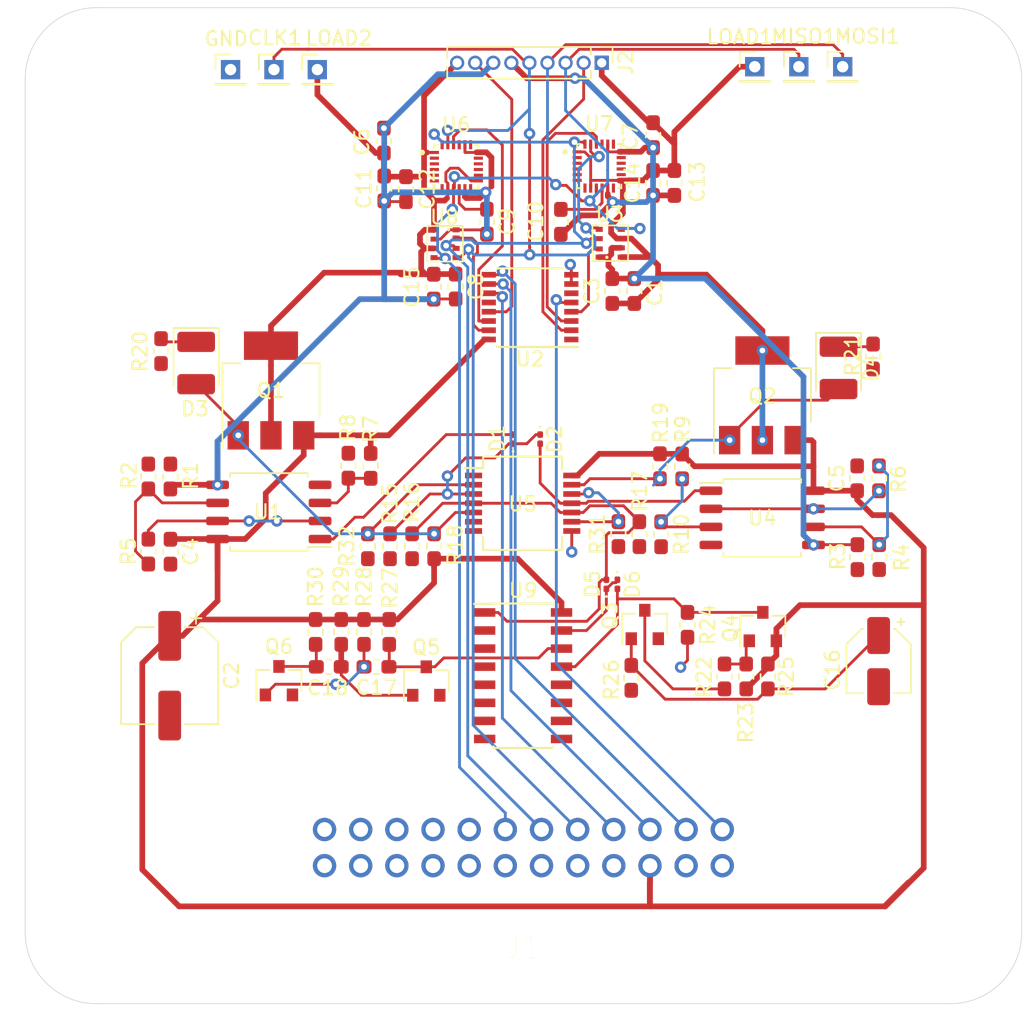
<source format=kicad_pcb>
(kicad_pcb (version 20171130) (host pcbnew "(5.1.0)-1")
  (title_block (title 3EIP) (comment 1 "Rodrigo Laurinovics"))
  (layers (0 F.Cu signal) (31 B.Cu signal) (34 B.Paste user) (35 F.Paste user) (36 B.SilkS user) (37 F.SilkS user) (38 B.Mask user) (39 F.Mask user) (44 Edge.Cuts user))
  (net 0 "")
  (net 1 GND)
  (net 2 3.3V)
  (net 3 "Net-(J1-Pad13)")
  (net 4 "Net-(J1-Pad14)")
  (net 5 "Net-(J1-Pad15)")
  (net 6 "Net-(J1-Pad11)")
  (net 7 "Net-(J1-Pad10)")
  (net 8 "Net-(J1-Pad16)")
  (net 9 "Net-(J1-Pad9)")
  (net 10 "Net-(J1-Pad17)")
  (net 11 "Net-(J1-Pad8)")
  (net 12 "Net-(J1-Pad7)")
  (net 13 "Net-(J1-Pad6)")
  (net 14 "Net-(J1-Pad5)")
  (net 15 "Net-(J1-Pad4)")
  (net 16 LOAD1)
  (net 17 LOAD2)
  (net 18 "Net-(C9-Pad1)")
  (net 19 "Net-(C10-Pad1)")
  (net 20 "Net-(C16-Pad1)")
  (net 21 "Net-(D1-Pad2)")
  (net 22 "Net-(D1-Pad1)")
  (net 23 "Net-(D2-Pad2)")
  (net 24 "Net-(D3-Pad2)")
  (net 25 "Net-(D3-Pad1)")
  (net 26 "Net-(D4-Pad2)")
  (net 27 "Net-(D4-Pad1)")
  (net 28 Reset)
  (net 29 "Net-(D5-Pad1)")
  (net 30 "Net-(D6-Pad2)")
  (net 31 MISO)
  (net 32 MOSI)
  (net 33 CLK)
  (net 34 MUX_ADDR1)
  (net 35 MUX_ADDR2)
  (net 36 MUX_ADDR3)
  (net 37 "Net-(J1-Pad2)")
  (net 38 MUX_DATA)
  (net 39 CS7)
  (net 40 CS3)
  (net 41 "Net-(Q3-Pad3)")
  (net 42 "Net-(Q4-Pad1)")
  (net 43 "Net-(C17-Pad2)")
  (net 44 "Net-(C18-Pad2)")
  (net 45 "Net-(C18-Pad1)")
  (net 46 "Net-(C17-Pad1)")
  (net 47 "Net-(R2-Pad2)")
  (net 48 "Net-(R4-Pad2)")
  (net 49 "Net-(R5-Pad2)")
  (net 50 "Net-(R6-Pad2)")
  (net 51 "Net-(R10-Pad1)")
  (net 52 "Net-(R31-Pad1)")
  (net 53 CS6)
  (net 54 "Net-(U2-Pad12)")
  (net 55 "Net-(U2-Pad6)")
  (net 56 CS1)
  (net 57 CS2)
  (net 58 "Net-(U2-Pad1)")
  (net 59 "Net-(U5-Pad1)")
  (net 60 CS5)
  (net 61 "Net-(U6-Pad21)")
  (net 62 "Net-(U6-Pad2)")
  (net 63 "Net-(U6-Pad3)")
  (net 64 "Net-(U6-Pad19)")
  (net 65 "Net-(U6-Pad17)")
  (net 66 "Net-(U6-Pad16)")
  (net 67 "Net-(U6-Pad15)")
  (net 68 "Net-(U6-Pad14)")
  (net 69 "Net-(U6-Pad12)")
  (net 70 "Net-(U6-Pad7)")
  (net 71 "Net-(U6-Pad6)")
  (net 72 "Net-(U6-Pad5)")
  (net 73 "Net-(U6-Pad4)")
  (net 74 "Net-(U7-Pad21)")
  (net 75 "Net-(U7-Pad2)")
  (net 76 "Net-(U7-Pad3)")
  (net 77 "Net-(U7-Pad19)")
  (net 78 "Net-(U7-Pad17)")
  (net 79 "Net-(U7-Pad16)")
  (net 80 "Net-(U7-Pad15)")
  (net 81 "Net-(U7-Pad14)")
  (net 82 "Net-(U7-Pad12)")
  (net 83 "Net-(U7-Pad7)")
  (net 84 "Net-(U7-Pad6)")
  (net 85 "Net-(U7-Pad5)")
  (net 86 "Net-(U7-Pad4)")
  (net 87 "Net-(U9-Pad12)")
  (net 88 "Net-(U9-Pad11)")
  (net 89 "Net-(U9-Pad10)")
  (net 90 "Net-(U9-Pad9)")
  (net 91 "Net-(U9-Pad7)")
  (net 92 "Net-(U9-Pad6)")
  (net 93 "Net-(U9-Pad5)")
  (net 94 "Net-(U9-Pad4)")
  (net 95 "Net-(U9-Pad3)")
  (net 96 "Net-(U9-Pad2)")
  (net 97 GNDS1)
  (net 98 GNDS2)
  (net 99 "Net-(R7-Pad2)")
  (module Package_SO:SSOP-14_5.3x6.2mm_P0.65mm (layer F.Cu) (at 114.9446 84.8292)
    (fp_text reference U5 (at 0 0.0508) (layer F.SilkS))
    (fp_text value 4013)
    (pad 14 smd rect (at 3.45 -1.95) (size 1.2 0.4) (layers F.Cu F.Paste F.Mask) (net 2 3.3V))
    (pad 13 smd rect (at 3.45 -1.3) (size 1.2 0.4) (layers F.Cu F.Paste F.Mask) (net 26 "Net-(D4-Pad2)"))
    (pad 12 smd rect (at 3.45 -0.65) (size 1.2 0.4) (layers F.Cu F.Paste F.Mask) (net 52 "Net-(R31-Pad1)"))
    (pad 11 smd rect (at 3.45 0) (size 1.2 0.4) (layers F.Cu F.Paste F.Mask) (net 23 "Net-(D2-Pad2)"))
    (pad 10 smd rect (at 3.45 0.65) (size 1.2 0.4) (layers F.Cu F.Paste F.Mask) (net 28 Reset))
    (pad 9 smd rect (at 3.45 1.3) (size 1.2 0.4) (layers F.Cu F.Paste F.Mask) (net 52 "Net-(R31-Pad1)"))
    (pad 8 smd rect (at 3.45 1.95) (size 1.2 0.4) (layers F.Cu F.Paste F.Mask) (net 1 GND))
    (pad 7 smd rect (at -3.45 1.95) (size 1.2 0.4) (layers F.Cu F.Paste F.Mask) (net 1 GND))
    (pad 6 smd rect (at -3.45 1.3) (size 1.2 0.4) (layers F.Cu F.Paste F.Mask) (net 1 GND))
    (pad 5 smd rect (at -3.45 0.65) (size 1.2 0.4) (layers F.Cu F.Paste F.Mask) (net 24 "Net-(D3-Pad2)"))
    (pad 4 smd rect (at -3.45 0) (size 1.2 0.4) (layers F.Cu F.Paste F.Mask) (net 28 Reset))
    (pad 3 smd rect (at -3.45 -0.65) (size 1.2 0.4) (layers F.Cu F.Paste F.Mask) (net 22 "Net-(D1-Pad1)"))
    (pad 2 smd rect (at -3.45 -1.3) (size 1.2 0.4) (layers F.Cu F.Paste F.Mask) (net 24 "Net-(D3-Pad2)"))
    (pad 1 smd rect (at -3.45 -1.95) (size 1.2 0.4) (layers F.Cu F.Paste F.Mask) (net 59 "Net-(U5-Pad1)"))
  )
  (module Package_SO:SSOP-16_4.4x5.2mm_P0.65mm (layer F.Cu) (at 115.464 71.0454 180)
    (fp_text reference U2 (at 0 -3.65 180) (layer F.SilkS))
    (fp_text value SN74CBTLV3257PW)
    (pad 16 smd rect (at 2.9 -2.275 180) (size 1 0.4) (layers F.Cu F.Paste F.Mask) (net 2 3.3V))
    (pad 15 smd rect (at 2.9 -1.625 180) (size 1 0.4) (layers F.Cu F.Paste F.Mask) (net 60 CS5))
    (pad 14 smd rect (at 2.9 -0.975 180) (size 1 0.4) (layers F.Cu F.Paste F.Mask) (net 53 CS6))
    (pad 13 smd rect (at 2.9 -0.325 180) (size 1 0.4) (layers F.Cu F.Paste F.Mask) (net 39 CS7))
    (pad 12 smd rect (at 2.9 0.325 180) (size 1 0.4) (layers F.Cu F.Paste F.Mask) (net 54 "Net-(U2-Pad12)"))
    (pad 11 smd rect (at 2.9 0.975 180) (size 1 0.4) (layers F.Cu F.Paste F.Mask) (net 34 MUX_ADDR1))
    (pad 10 smd rect (at 2.9 1.625 180) (size 1 0.4) (layers F.Cu F.Paste F.Mask) (net 35 MUX_ADDR2))
    (pad 9 smd rect (at 2.9 2.275 180) (size 1 0.4) (layers F.Cu F.Paste F.Mask) (net 36 MUX_ADDR3))
    (pad 8 smd rect (at -2.9 2.275 180) (size 1 0.4) (layers F.Cu F.Paste F.Mask) (net 1 GND))
    (pad 7 smd rect (at -2.9 1.625 180) (size 1 0.4) (layers F.Cu F.Paste F.Mask) (net 1 GND))
    (pad 6 smd rect (at -2.9 0.975 180) (size 1 0.4) (layers F.Cu F.Paste F.Mask) (net 55 "Net-(U2-Pad6)"))
    (pad 5 smd rect (at -2.9 0.325 180) (size 1 0.4) (layers F.Cu F.Paste F.Mask) (net 38 MUX_DATA))
    (pad 4 smd rect (at -2.9 -0.325 180) (size 1 0.4) (layers F.Cu F.Paste F.Mask) (net 56 CS1))
    (pad 3 smd rect (at -2.9 -0.975 180) (size 1 0.4) (layers F.Cu F.Paste F.Mask) (net 57 CS2))
    (pad 2 smd rect (at -2.9 -1.625 180) (size 1 0.4) (layers F.Cu F.Paste F.Mask) (net 40 CS3))
    (pad 1 smd rect (at -2.9 -2.275 180) (size 1 0.4) (layers F.Cu F.Paste F.Mask) (net 58 "Net-(U2-Pad1)"))
  )
  (module Resistor_SMD:R_0603_1608Metric_Pad1.05x0.95mm_HandSolder (layer F.Cu) (at 104.27 82.2 270)
    (fp_text reference R7 (at -2.58 0 270) (layer F.SilkS))
    (fp_text value 12k)
    (pad 2 smd roundrect (at 0.875 0 270) (size 1.05 0.95) (layers F.Cu F.Paste F.Mask) (net 99 "Net-(R7-Pad2)"))
    (pad 1 smd roundrect (at -0.875 0 270) (size 1.05 0.95) (layers F.Cu F.Paste F.Mask) (net 2 3.3V))
  )
  (module Package_TO_SOT_SMD:SOT-23 (layer F.Cu) (at 97.825 97.3 90)
    (fp_text reference Q6 (at 2.4 0 180) (layer F.SilkS))
    (fp_text value BC817)
    (pad 3 smd rect (at 1 0 90) (size 0.9 0.8) (layers F.Cu F.Paste F.Mask) (net 45 "Net-(C18-Pad1)"))
    (pad 2 smd rect (at -1 0.95 90) (size 0.9 0.8) (layers F.Cu F.Paste F.Mask) (net 1 GND))
    (pad 1 smd rect (at -1 -0.95 90) (size 0.9 0.8) (layers F.Cu F.Paste F.Mask) (net 46 "Net-(C17-Pad1)"))
  )
  (module Resistor_SMD:R_0603_1608Metric_Pad1.05x0.95mm_HandSolder (layer F.Cu) (at 103.8 93.875 270)
    (fp_text reference R28 (at -3.175 0 270) (layer F.SilkS))
    (fp_text value 82k)
    (pad 2 smd roundrect (at 0.875 0 270) (size 1.05 0.95) (layers F.Cu F.Paste F.Mask) (net 46 "Net-(C17-Pad1)"))
    (pad 1 smd roundrect (at -0.875 0 270) (size 1.05 0.95) (layers F.Cu F.Paste F.Mask) (net 2 3.3V))
  )
  (module Package_TO_SOT_SMD:SOT-223-3_TabPin2 (layer F.Cu) (at 97.2662 76.9044 90)
    (fp_text reference Q1 (at 0 0 180) (layer F.SilkS))
    (fp_text value BSP250)
    (pad 1 smd rect (at -3.15 -2.3 90) (size 2 1.5) (layers F.Cu F.Paste F.Mask) (net 24 "Net-(D3-Pad2)"))
    (pad 3 smd rect (at -3.15 2.3 90) (size 2 1.5) (layers F.Cu F.Paste F.Mask) (net 2 3.3V))
    (pad 2 smd rect (at -3.15 0 90) (size 2 1.5) (layers F.Cu F.Paste F.Mask) (net 17 LOAD2))
    (pad 2 smd rect (at 3.15 0 90) (size 2 3.8) (layers F.Cu F.Paste F.Mask) (net 17 LOAD2))
  )
  (module Sensors:MPU9250 (layer F.Cu) (at 120.32048 61.15464)
    (fp_text reference U7 (at 0 -2.99212) (layer F.SilkS))
    (fp_text value MPU9250)
    (pad 23 smd rect (at -0.59836 -1.56494) (size 0.22 0.64) (layers F.Cu F.Paste F.Mask) (net 33 CLK))
    (pad 21 smd rect (at 0.20164 -1.56494) (size 0.22 0.64) (layers F.Cu F.Paste F.Mask) (net 74 "Net-(U7-Pad21)"))
    (pad 2 smd rect (at -1.54336 -0.61994) (size 0.64 0.22) (layers F.Cu F.Paste F.Mask) (net 75 "Net-(U7-Pad2)"))
    (pad 3 smd rect (at -1.54336 -0.21994) (size 0.64 0.22) (layers F.Cu F.Paste F.Mask) (net 76 "Net-(U7-Pad3)"))
    (pad 1 smd rect (at -1.54336 -1.01994) (size 0.64 0.22) (layers F.Cu F.Paste F.Mask) (net 16 LOAD1))
    (pad 24 smd rect (at -0.99836 -1.56494) (size 0.22 0.64) (layers F.Cu F.Paste F.Mask) (net 32 MOSI))
    (pad 22 smd rect (at -0.19836 -1.56494) (size 0.22 0.64) (layers F.Cu F.Paste F.Mask) (net 57 CS2))
    (pad 20 smd rect (at 0.60164 -1.56494) (size 0.22 0.64) (layers F.Cu F.Paste F.Mask) (net 97 GNDS1))
    (pad 19 smd rect (at 1.00164 -1.56494) (size 0.22 0.64) (layers F.Cu F.Paste F.Mask) (net 77 "Net-(U7-Pad19)"))
    (pad 18 smd rect (at 1.54664 -1.01994) (size 0.64 0.22) (layers F.Cu F.Paste F.Mask) (net 97 GNDS1))
    (pad 17 smd rect (at 1.54664 -0.61994) (size 0.64 0.22) (layers F.Cu F.Paste F.Mask) (net 78 "Net-(U7-Pad17)"))
    (pad 16 smd rect (at 1.54664 -0.21994) (size 0.64 0.22) (layers F.Cu F.Paste F.Mask) (net 79 "Net-(U7-Pad16)"))
    (pad 15 smd rect (at 1.54664 0.18006) (size 0.64 0.22) (layers F.Cu F.Paste F.Mask) (net 80 "Net-(U7-Pad15)"))
    (pad 14 smd rect (at 1.54664 0.58006) (size 0.64 0.22) (layers F.Cu F.Paste F.Mask) (net 81 "Net-(U7-Pad14)"))
    (pad 13 smd rect (at 1.54664 0.98006) (size 0.64 0.22) (layers F.Cu F.Paste F.Mask) (net 16 LOAD1))
    (pad 12 smd rect (at 1.00164 1.52506) (size 0.22 0.64) (layers F.Cu F.Paste F.Mask) (net 82 "Net-(U7-Pad12)"))
    (pad 11 smd rect (at 0.60164 1.52506) (size 0.22 0.64) (layers F.Cu F.Paste F.Mask) (net 97 GNDS1))
    (pad 10 smd rect (at 0.20164 1.52506) (size 0.22 0.64) (layers F.Cu F.Paste F.Mask) (net 19 "Net-(C10-Pad1)"))
    (pad 9 smd rect (at -0.19836 1.52506) (size 0.22 0.64) (layers F.Cu F.Paste F.Mask) (net 31 MISO))
    (pad 8 smd rect (at -0.59836 1.52506) (size 0.22 0.64) (layers F.Cu F.Paste F.Mask) (net 16 LOAD1))
    (pad 7 smd rect (at -0.99836 1.52506) (size 0.22 0.64) (layers F.Cu F.Paste F.Mask) (net 83 "Net-(U7-Pad7)"))
    (pad 6 smd rect (at -1.54336 0.98006) (size 0.64 0.22) (layers F.Cu F.Paste F.Mask) (net 84 "Net-(U7-Pad6)"))
    (pad 5 smd rect (at -1.54336 0.58006) (size 0.64 0.22) (layers F.Cu F.Paste F.Mask) (net 85 "Net-(U7-Pad5)"))
    (pad 4 smd rect (at -1.54336 0.18006) (size 0.64 0.22) (layers F.Cu F.Paste F.Mask) (net 86 "Net-(U7-Pad4)"))
  )
  (module LOCAL:SAMTEC-SSW-112-02-X-D-RA (layer F.Cu) (at 114.9985 116.078 180)
    (fp_text reference J1 (at 0 0 180) (layer F.SilkS) (effects (font (size 1.5 1.5) (thickness 0.015))))
    (fp_text value 02x12)
    (pad 13 thru_hole circle (at 13.97 8.318 180) (size 1.64 1.64) (drill 1.04) (layers *.Cu *.Mask) (net 3 "Net-(J1-Pad13)"))
    (pad 12 thru_hole circle (at 13.97 5.778 180) (size 1.64 1.64) (drill 1.04) (layers *.Cu *.Mask) (net 1 GND))
    (pad 14 thru_hole circle (at 11.43 8.318 180) (size 1.64 1.64) (drill 1.04) (layers *.Cu *.Mask) (net 4 "Net-(J1-Pad14)"))
    (pad 11 thru_hole circle (at 11.43 5.778 180) (size 1.64 1.64) (drill 1.04) (layers *.Cu *.Mask) (net 6 "Net-(J1-Pad11)"))
    (pad 15 thru_hole circle (at 8.89 8.318 180) (size 1.64 1.64) (drill 1.04) (layers *.Cu *.Mask) (net 5 "Net-(J1-Pad15)"))
    (pad 10 thru_hole circle (at 8.89 5.778 180) (size 1.64 1.64) (drill 1.04) (layers *.Cu *.Mask) (net 7 "Net-(J1-Pad10)"))
    (pad 16 thru_hole circle (at 6.35 8.318 180) (size 1.64 1.64) (drill 1.04) (layers *.Cu *.Mask) (net 8 "Net-(J1-Pad16)"))
    (pad 9 thru_hole circle (at 6.35 5.778 180) (size 1.64 1.64) (drill 1.04) (layers *.Cu *.Mask) (net 9 "Net-(J1-Pad9)"))
    (pad 17 thru_hole circle (at 3.81 8.318 180) (size 1.64 1.64) (drill 1.04) (layers *.Cu *.Mask) (net 10 "Net-(J1-Pad17)"))
    (pad 8 thru_hole circle (at 3.81 5.778 180) (size 1.64 1.64) (drill 1.04) (layers *.Cu *.Mask) (net 11 "Net-(J1-Pad8)"))
    (pad 18 thru_hole circle (at 1.27 8.318 180) (size 1.64 1.64) (drill 1.04) (layers *.Cu *.Mask) (net 31 MISO))
    (pad 7 thru_hole circle (at 1.27 5.778 180) (size 1.64 1.64) (drill 1.04) (layers *.Cu *.Mask) (net 12 "Net-(J1-Pad7)"))
    (pad 19 thru_hole circle (at -1.27 8.318 180) (size 1.64 1.64) (drill 1.04) (layers *.Cu *.Mask) (net 32 MOSI))
    (pad 6 thru_hole circle (at -1.27 5.778 180) (size 1.64 1.64) (drill 1.04) (layers *.Cu *.Mask) (net 13 "Net-(J1-Pad6)"))
    (pad 20 thru_hole circle (at -3.81 8.318 180) (size 1.64 1.64) (drill 1.04) (layers *.Cu *.Mask) (net 33 CLK))
    (pad 5 thru_hole circle (at -3.81 5.778 180) (size 1.64 1.64) (drill 1.04) (layers *.Cu *.Mask) (net 14 "Net-(J1-Pad5)"))
    (pad 21 thru_hole circle (at -6.35 8.318 180) (size 1.64 1.64) (drill 1.04) (layers *.Cu *.Mask) (net 34 MUX_ADDR1))
    (pad 4 thru_hole circle (at -6.35 5.778 180) (size 1.64 1.64) (drill 1.04) (layers *.Cu *.Mask) (net 15 "Net-(J1-Pad4)"))
    (pad 22 thru_hole circle (at -8.89 8.318 180) (size 1.64 1.64) (drill 1.04) (layers *.Cu *.Mask) (net 35 MUX_ADDR2))
    (pad 3 thru_hole circle (at -8.89 5.778 180) (size 1.64 1.64) (drill 1.04) (layers *.Cu *.Mask) (net 2 3.3V))
    (pad 23 thru_hole circle (at -11.43 8.318 180) (size 1.64 1.64) (drill 1.04) (layers *.Cu *.Mask) (net 36 MUX_ADDR3))
    (pad 2 thru_hole circle (at -11.43 5.778 180) (size 1.64 1.64) (drill 1.04) (layers *.Cu *.Mask) (net 37 "Net-(J1-Pad2)"))
    (pad 24 thru_hole circle (at -13.97 8.318 180) (size 1.64 1.64) (drill 1.04) (layers *.Cu *.Mask) (net 38 MUX_DATA))
    (pad 1 thru_hole circle (at -13.97 5.778 180) (size 1.64 1.64) (drill 1.04) (layers *.Cu *.Mask) (net 1 GND))
  )
  (module Resistor_SMD:R_0603_1608Metric_Pad1.05x0.95mm_HandSolder (layer F.Cu) (at 132.172 97.0028 270)
    (fp_text reference R25 (at 0.0254 -1.2954 270) (layer F.SilkS))
    (fp_text value 220k)
    (pad 2 smd roundrect (at 0.875 0 270) (size 1.05 0.95) (layers F.Cu F.Paste F.Mask) (net 20 "Net-(C16-Pad1)"))
    (pad 1 smd roundrect (at -0.875 0 270) (size 1.05 0.95) (layers F.Cu F.Paste F.Mask) (net 2 3.3V))
  )
  (module Connector_PinHeader_2.00mm:PinHeader_1x01_P2.00mm_Vertical (layer F.Cu) (at 134.35 54.15)
    (fp_text reference MISO1 (at 0.35 -2.14) (layer F.SilkS))
    (fp_text value MISO)
    (pad 1 thru_hole rect (at 0 0) (size 1.35 1.35) (drill 0.8) (layers *.Cu *.Mask) (net 31 MISO))
  )
  (module Connector_PinHeader_2.00mm:PinHeader_1x01_P2.00mm_Vertical (layer F.Cu) (at 137.425 54.15)
    (fp_text reference MOSI1 (at 1.745 -2.14) (layer F.SilkS))
    (fp_text value MOSI)
    (pad 1 thru_hole rect (at 0 0) (size 1.35 1.35) (drill 0.8) (layers *.Cu *.Mask) (net 32 MOSI))
  )
  (module Connector_PinHeader_2.00mm:PinHeader_1x01_P2.00mm_Vertical (layer F.Cu) (at 100.525 54.35)
    (fp_text reference LOAD2 (at 1.505 -2.21) (layer F.SilkS))
    (fp_text value LOAD2)
    (pad 1 thru_hole rect (at 0 0) (size 1.35 1.35) (drill 0.8) (layers *.Cu *.Mask) (net 17 LOAD2))
  )
  (module Connector_PinHeader_2.00mm:PinHeader_1x01_P2.00mm_Vertical (layer F.Cu) (at 94.425 54.35)
    (fp_text reference GND (at -0.305 -2.16) (layer F.SilkS))
    (fp_text value GND)
    (pad 1 thru_hole rect (at 0 0) (size 1.35 1.35) (drill 0.8) (layers *.Cu *.Mask) (net 1 GND))
  )
  (module Connector_PinHeader_2.00mm:PinHeader_1x01_P2.00mm_Vertical (layer F.Cu) (at 97.475 54.35)
    (fp_text reference CLK1 (at 0.065 -2.23) (layer F.SilkS))
    (fp_text value CLK)
    (pad 1 thru_hole rect (at 0 0) (size 1.35 1.35) (drill 0.8) (layers *.Cu *.Mask) (net 33 CLK))
  )
  (module Connector_PinHeader_2.00mm:PinHeader_1x01_P2.00mm_Vertical (layer F.Cu) (at 131.25 54.15)
    (fp_text reference LOAD1 (at -1.05 -2.1) (layer F.SilkS))
    (fp_text value LOAD1)
    (pad 1 thru_hole rect (at 0 0) (size 1.35 1.35) (drill 0.8) (layers *.Cu *.Mask) (net 16 LOAD1))
  )
  (module Package_TO_SOT_SMD:SOT-223-3_TabPin2 (layer F.Cu) (at 131.7862 77.2444 90)
    (fp_text reference Q2 (at -0.0508 0 180) (layer F.SilkS))
    (fp_text value BSP250)
    (pad 1 smd rect (at -3.15 -2.3 90) (size 2 1.5) (layers F.Cu F.Paste F.Mask) (net 26 "Net-(D4-Pad2)"))
    (pad 3 smd rect (at -3.15 2.3 90) (size 2 1.5) (layers F.Cu F.Paste F.Mask) (net 2 3.3V))
    (pad 2 smd rect (at -3.15 0 90) (size 2 1.5) (layers F.Cu F.Paste F.Mask) (net 16 LOAD1))
    (pad 2 smd rect (at 3.15 0 90) (size 2 3.8) (layers F.Cu F.Paste F.Mask) (net 16 LOAD1))
  )
  (module Package_SO:SOIC-16_3.9x9.9mm_P1.27mm (layer F.Cu) (at 114.975 96.95)
    (fp_text reference U9 (at 0 -6) (layer F.SilkS))
    (fp_text value 4017)
    (pad 16 smd rect (at 2.7 -4.445) (size 1.5 0.6) (layers F.Cu F.Paste F.Mask) (net 2 3.3V))
    (pad 15 smd rect (at 2.7 -3.175) (size 1.5 0.6) (layers F.Cu F.Paste F.Mask) (net 29 "Net-(D5-Pad1)"))
    (pad 14 smd rect (at 2.7 -1.905) (size 1.5 0.6) (layers F.Cu F.Paste F.Mask) (net 43 "Net-(C17-Pad2)"))
    (pad 13 smd rect (at 2.7 -0.635) (size 1.5 0.6) (layers F.Cu F.Paste F.Mask) (net 30 "Net-(D6-Pad2)"))
    (pad 12 smd rect (at 2.7 0.635) (size 1.5 0.6) (layers F.Cu F.Paste F.Mask) (net 87 "Net-(U9-Pad12)"))
    (pad 11 smd rect (at 2.7 1.905) (size 1.5 0.6) (layers F.Cu F.Paste F.Mask) (net 88 "Net-(U9-Pad11)"))
    (pad 10 smd rect (at 2.7 3.175) (size 1.5 0.6) (layers F.Cu F.Paste F.Mask) (net 89 "Net-(U9-Pad10)"))
    (pad 9 smd rect (at 2.7 4.445) (size 1.5 0.6) (layers F.Cu F.Paste F.Mask) (net 90 "Net-(U9-Pad9)"))
    (pad 8 smd rect (at -2.7 4.445) (size 1.5 0.6) (layers F.Cu F.Paste F.Mask) (net 1 GND))
    (pad 7 smd rect (at -2.7 3.175) (size 1.5 0.6) (layers F.Cu F.Paste F.Mask) (net 91 "Net-(U9-Pad7)"))
    (pad 6 smd rect (at -2.7 1.905) (size 1.5 0.6) (layers F.Cu F.Paste F.Mask) (net 92 "Net-(U9-Pad6)"))
    (pad 5 smd rect (at -2.7 0.635) (size 1.5 0.6) (layers F.Cu F.Paste F.Mask) (net 93 "Net-(U9-Pad5)"))
    (pad 4 smd rect (at -2.7 -0.635) (size 1.5 0.6) (layers F.Cu F.Paste F.Mask) (net 94 "Net-(U9-Pad4)"))
    (pad 3 smd rect (at -2.7 -1.905) (size 1.5 0.6) (layers F.Cu F.Paste F.Mask) (net 95 "Net-(U9-Pad3)"))
    (pad 2 smd rect (at -2.7 -3.175) (size 1.5 0.6) (layers F.Cu F.Paste F.Mask) (net 96 "Net-(U9-Pad2)"))
    (pad 1 smd rect (at -2.7 -4.445) (size 1.5 0.6) (layers F.Cu F.Paste F.Mask) (net 28 Reset))
  )
  (module Resistor_SMD:R_0603_1608Metric_Pad1.05x0.95mm_HandSolder (layer F.Cu) (at 104.07 87.85 270)
    (fp_text reference R32 (at -0.0014 1.4716 90) (layer F.SilkS))
    (fp_text value 12k)
    (pad 2 smd roundrect (at 0.875 0 270) (size 1.05 0.95) (layers F.Cu F.Paste F.Mask) (net 1 GND))
    (pad 1 smd roundrect (at -0.875 0 270) (size 1.05 0.95) (layers F.Cu F.Paste F.Mask) (net 24 "Net-(D3-Pad2)"))
  )
  (module Capacitor_SMD:C_0603_1608Metric_Pad1.05x0.95mm_HandSolder (layer F.Cu) (at 101.325 96.325)
    (fp_text reference C18 (at -0.075 1.475) (layer F.SilkS))
    (fp_text value 220nF)
    (pad 2 smd roundrect (at 0.875 0) (size 1.05 0.95) (layers F.Cu F.Paste F.Mask) (net 44 "Net-(C18-Pad2)"))
    (pad 1 smd roundrect (at -0.875 0) (size 1.05 0.95) (layers F.Cu F.Paste F.Mask) (net 45 "Net-(C18-Pad1)"))
  )
  (module Capacitor_SMD:C_0603_1608Metric_Pad1.05x0.95mm_HandSolder (layer F.Cu) (at 104.675 96.325)
    (fp_text reference C17 (at 0 1.45) (layer F.SilkS))
    (fp_text value 220nF)
    (pad 2 smd roundrect (at 0.875 0) (size 1.05 0.95) (layers F.Cu F.Paste F.Mask) (net 43 "Net-(C17-Pad2)"))
    (pad 1 smd roundrect (at -0.875 0) (size 1.05 0.95) (layers F.Cu F.Paste F.Mask) (net 46 "Net-(C17-Pad1)"))
  )
  (module Sensors:MPU9250 (layer F.Cu) (at 110.28748 61.19528)
    (fp_text reference U6 (at -0.01524 -2.95656) (layer F.SilkS))
    (fp_text value MPU9250)
    (pad 23 smd rect (at -0.59836 -1.56494) (size 0.22 0.64) (layers F.Cu F.Paste F.Mask) (net 33 CLK))
    (pad 21 smd rect (at 0.20164 -1.56494) (size 0.22 0.64) (layers F.Cu F.Paste F.Mask) (net 61 "Net-(U6-Pad21)"))
    (pad 2 smd rect (at -1.54336 -0.61994) (size 0.64 0.22) (layers F.Cu F.Paste F.Mask) (net 62 "Net-(U6-Pad2)"))
    (pad 3 smd rect (at -1.54336 -0.21994) (size 0.64 0.22) (layers F.Cu F.Paste F.Mask) (net 63 "Net-(U6-Pad3)"))
    (pad 1 smd rect (at -1.54336 -1.01994) (size 0.64 0.22) (layers F.Cu F.Paste F.Mask) (net 17 LOAD2))
    (pad 24 smd rect (at -0.99836 -1.56494) (size 0.22 0.64) (layers F.Cu F.Paste F.Mask) (net 32 MOSI))
    (pad 22 smd rect (at -0.19836 -1.56494) (size 0.22 0.64) (layers F.Cu F.Paste F.Mask) (net 53 CS6))
    (pad 20 smd rect (at 0.60164 -1.56494) (size 0.22 0.64) (layers F.Cu F.Paste F.Mask) (net 98 GNDS2))
    (pad 19 smd rect (at 1.00164 -1.56494) (size 0.22 0.64) (layers F.Cu F.Paste F.Mask) (net 64 "Net-(U6-Pad19)"))
    (pad 18 smd rect (at 1.54664 -1.01994) (size 0.64 0.22) (layers F.Cu F.Paste F.Mask) (net 98 GNDS2))
    (pad 17 smd rect (at 1.54664 -0.61994) (size 0.64 0.22) (layers F.Cu F.Paste F.Mask) (net 65 "Net-(U6-Pad17)"))
    (pad 16 smd rect (at 1.54664 -0.21994) (size 0.64 0.22) (layers F.Cu F.Paste F.Mask) (net 66 "Net-(U6-Pad16)"))
    (pad 15 smd rect (at 1.54664 0.18006) (size 0.64 0.22) (layers F.Cu F.Paste F.Mask) (net 67 "Net-(U6-Pad15)"))
    (pad 14 smd rect (at 1.54664 0.58006) (size 0.64 0.22) (layers F.Cu F.Paste F.Mask) (net 68 "Net-(U6-Pad14)"))
    (pad 13 smd rect (at 1.54664 0.98006) (size 0.64 0.22) (layers F.Cu F.Paste F.Mask) (net 17 LOAD2))
    (pad 12 smd rect (at 1.00164 1.52506) (size 0.22 0.64) (layers F.Cu F.Paste F.Mask) (net 69 "Net-(U6-Pad12)"))
    (pad 11 smd rect (at 0.60164 1.52506) (size 0.22 0.64) (layers F.Cu F.Paste F.Mask) (net 98 GNDS2))
    (pad 10 smd rect (at 0.20164 1.52506) (size 0.22 0.64) (layers F.Cu F.Paste F.Mask) (net 18 "Net-(C9-Pad1)"))
    (pad 9 smd rect (at -0.19836 1.52506) (size 0.22 0.64) (layers F.Cu F.Paste F.Mask) (net 31 MISO))
    (pad 8 smd rect (at -0.59836 1.52506) (size 0.22 0.64) (layers F.Cu F.Paste F.Mask) (net 17 LOAD2))
    (pad 7 smd rect (at -0.99836 1.52506) (size 0.22 0.64) (layers F.Cu F.Paste F.Mask) (net 70 "Net-(U6-Pad7)"))
    (pad 6 smd rect (at -1.54336 0.98006) (size 0.64 0.22) (layers F.Cu F.Paste F.Mask) (net 71 "Net-(U6-Pad6)"))
    (pad 5 smd rect (at -1.54336 0.58006) (size 0.64 0.22) (layers F.Cu F.Paste F.Mask) (net 72 "Net-(U6-Pad5)"))
    (pad 4 smd rect (at -1.54336 0.18006) (size 0.64 0.22) (layers F.Cu F.Paste F.Mask) (net 73 "Net-(U6-Pad4)"))
  )
  (module Sensors:BME280 (layer F.Cu) (at 109.495 66.59024)
    (fp_text reference U8 (at -0.04572 -1.86944) (layer F.SilkS))
    (fp_text value BME280)
    (pad 8 smd rect (at -0.775 -0.975) (size 0.5 0.35) (layers F.Cu F.Paste F.Mask) (net 17 LOAD2))
    (pad 7 smd rect (at -0.775 -0.325) (size 0.5 0.35) (layers F.Cu F.Paste F.Mask) (net 98 GNDS2))
    (pad 6 smd rect (at -0.775 0.325) (size 0.5 0.35) (layers F.Cu F.Paste F.Mask) (net 17 LOAD2))
    (pad 5 smd rect (at -0.775 0.975) (size 0.5 0.35) (layers F.Cu F.Paste F.Mask) (net 31 MISO))
    (pad 4 smd rect (at 0.775 0.975) (size 0.5 0.35) (layers F.Cu F.Paste F.Mask) (net 33 CLK))
    (pad 3 smd rect (at 0.775 0.325) (size 0.5 0.35) (layers F.Cu F.Paste F.Mask) (net 32 MOSI))
    (pad 2 smd rect (at 0.775 -0.40132) (size 0.5 0.35) (layers F.Cu F.Paste F.Mask) (net 60 CS5))
    (pad 1 smd rect (at 0.775 -0.975) (size 0.5 0.35) (layers F.Cu F.Paste F.Mask) (net 98 GNDS2))
  )
  (module Package_SO:SOIC-8_5.23x5.23mm_P1.27mm (layer F.Cu) (at 131.7735 85.855)
    (fp_text reference U4 (at 0.0127 0.0254) (layer F.SilkS))
    (fp_text value LM358)
    (pad 8 smd roundrect (at 3.6 -1.905) (size 1.6 0.6) (layers F.Cu F.Paste F.Mask) (net 2 3.3V))
    (pad 7 smd roundrect (at 3.6 -0.635) (size 1.6 0.6) (layers F.Cu F.Paste F.Mask) (net 50 "Net-(R6-Pad2)"))
    (pad 6 smd roundrect (at 3.6 0.635) (size 1.6 0.6) (layers F.Cu F.Paste F.Mask) (net 48 "Net-(R4-Pad2)"))
    (pad 5 smd roundrect (at 3.6 1.905) (size 1.6 0.6) (layers F.Cu F.Paste F.Mask) (net 97 GNDS1))
    (pad 4 smd roundrect (at -3.6 1.905) (size 1.6 0.6) (layers F.Cu F.Paste F.Mask) (net 1 GND))
    (pad 3 smd roundrect (at -3.6 0.635) (size 1.6 0.6) (layers F.Cu F.Paste F.Mask) (net 51 "Net-(R10-Pad1)"))
    (pad 2 smd roundrect (at -3.6 -0.635) (size 1.6 0.6) (layers F.Cu F.Paste F.Mask) (net 50 "Net-(R6-Pad2)"))
    (pad 1 smd roundrect (at -3.6 -1.905) (size 1.6 0.6) (layers F.Cu F.Paste F.Mask) (net 23 "Net-(D2-Pad2)"))
  )
  (module Sensors:BME280 (layer F.Cu) (at 121.09772 66.55468 180)
    (fp_text reference U3 (at 0.0254 2.02692 180) (layer F.SilkS))
    (fp_text value BME280)
    (pad 8 smd rect (at -0.775 -0.975 180) (size 0.5 0.35) (layers F.Cu F.Paste F.Mask) (net 16 LOAD1))
    (pad 7 smd rect (at -0.775 -0.325 180) (size 0.5 0.35) (layers F.Cu F.Paste F.Mask) (net 97 GNDS1))
    (pad 6 smd rect (at -0.775 0.325 180) (size 0.5 0.35) (layers F.Cu F.Paste F.Mask) (net 16 LOAD1))
    (pad 5 smd rect (at -0.775 0.975 180) (size 0.5 0.35) (layers F.Cu F.Paste F.Mask) (net 31 MISO))
    (pad 4 smd rect (at 0.775 0.975 180) (size 0.5 0.35) (layers F.Cu F.Paste F.Mask) (net 33 CLK))
    (pad 3 smd rect (at 0.775 0.325 180) (size 0.5 0.35) (layers F.Cu F.Paste F.Mask) (net 32 MOSI))
    (pad 2 smd rect (at 0.775 -0.40132 180) (size 0.5 0.35) (layers F.Cu F.Paste F.Mask) (net 56 CS1))
    (pad 1 smd rect (at 0.775 -0.975 180) (size 0.5 0.35) (layers F.Cu F.Paste F.Mask) (net 97 GNDS1))
  )
  (module Package_SO:SOIC-8_5.23x5.23mm_P1.27mm (layer F.Cu) (at 97.1138 85.4388 180)
    (fp_text reference U1 (at 0.0508 0 180) (layer F.SilkS))
    (fp_text value LM358)
    (pad 8 smd roundrect (at 3.6 -1.905 180) (size 1.6 0.6) (layers F.Cu F.Paste F.Mask) (net 2 3.3V))
    (pad 7 smd roundrect (at 3.6 -0.635 180) (size 1.6 0.6) (layers F.Cu F.Paste F.Mask) (net 49 "Net-(R5-Pad2)"))
    (pad 6 smd roundrect (at 3.6 0.635 180) (size 1.6 0.6) (layers F.Cu F.Paste F.Mask) (net 47 "Net-(R2-Pad2)"))
    (pad 5 smd roundrect (at 3.6 1.905 180) (size 1.6 0.6) (layers F.Cu F.Paste F.Mask) (net 98 GNDS2))
    (pad 4 smd roundrect (at -3.6 1.905 180) (size 1.6 0.6) (layers F.Cu F.Paste F.Mask) (net 1 GND))
    (pad 3 smd roundrect (at -3.6 0.635 180) (size 1.6 0.6) (layers F.Cu F.Paste F.Mask) (net 99 "Net-(R7-Pad2)"))
    (pad 2 smd roundrect (at -3.6 -0.635 180) (size 1.6 0.6) (layers F.Cu F.Paste F.Mask) (net 49 "Net-(R5-Pad2)"))
    (pad 1 smd roundrect (at -3.6 -1.905 180) (size 1.6 0.6) (layers F.Cu F.Paste F.Mask) (net 21 "Net-(D1-Pad2)"))
  )
  (module Resistor_SMD:R_0603_1608Metric_Pad1.05x0.95mm_HandSolder (layer F.Cu) (at 121.6702 86.9988 270)
    (fp_text reference R31 (at 0 1.4732 270) (layer F.SilkS))
    (fp_text value 12k)
    (pad 2 smd roundrect (at 0.875 0 270) (size 1.05 0.95) (layers F.Cu F.Paste F.Mask) (net 1 GND))
    (pad 1 smd roundrect (at -0.875 0 270) (size 1.05 0.95) (layers F.Cu F.Paste F.Mask) (net 52 "Net-(R31-Pad1)"))
  )
  (module Resistor_SMD:R_0603_1608Metric_Pad1.05x0.95mm_HandSolder (layer F.Cu) (at 100.4 93.875 270)
    (fp_text reference R30 (at -3.175 0 90) (layer F.SilkS))
    (fp_text value 12k)
    (pad 2 smd roundrect (at 0.875 0 270) (size 1.05 0.95) (layers F.Cu F.Paste F.Mask) (net 45 "Net-(C18-Pad1)"))
    (pad 1 smd roundrect (at -0.875 0 270) (size 1.05 0.95) (layers F.Cu F.Paste F.Mask) (net 2 3.3V))
  )
  (module Resistor_SMD:R_0603_1608Metric_Pad1.05x0.95mm_HandSolder (layer F.Cu) (at 102.2 93.875 270)
    (fp_text reference R29 (at -3.2004 0 270) (layer F.SilkS))
    (fp_text value 82k)
    (pad 2 smd roundrect (at 0.875 0 270) (size 1.05 0.95) (layers F.Cu F.Paste F.Mask) (net 44 "Net-(C18-Pad2)"))
    (pad 1 smd roundrect (at -0.875 0 270) (size 1.05 0.95) (layers F.Cu F.Paste F.Mask) (net 2 3.3V))
  )
  (module Resistor_SMD:R_0603_1608Metric_Pad1.05x0.95mm_HandSolder (layer F.Cu) (at 105.575 93.875 270)
    (fp_text reference R27 (at -3.075 -0.055 270) (layer F.SilkS))
    (fp_text value 12k)
    (pad 2 smd roundrect (at 0.875 0 270) (size 1.05 0.95) (layers F.Cu F.Paste F.Mask) (net 43 "Net-(C17-Pad2)"))
    (pad 1 smd roundrect (at -0.875 0 270) (size 1.05 0.95) (layers F.Cu F.Paste F.Mask) (net 2 3.3V))
  )
  (module Resistor_SMD:R_0603_1608Metric_Pad1.05x0.95mm_HandSolder (layer F.Cu) (at 122.575 97.1 270)
    (fp_text reference R26 (at 0.1524 1.397 270) (layer F.SilkS))
    (fp_text value 470k)
    (pad 2 smd roundrect (at 0.875 0 270) (size 1.05 0.95) (layers F.Cu F.Paste F.Mask) (net 1 GND))
    (pad 1 smd roundrect (at -0.875 0 270) (size 1.05 0.95) (layers F.Cu F.Paste F.Mask) (net 20 "Net-(C16-Pad1)"))
  )
  (module Resistor_SMD:R_0603_1608Metric_Pad1.05x0.95mm_HandSolder (layer F.Cu) (at 126.525 93.375 270)
    (fp_text reference R24 (at 0 -1.43 270) (layer F.SilkS))
    (fp_text value 2k)
    (pad 2 smd roundrect (at 0.875 0 270) (size 1.05 0.95) (layers F.Cu F.Paste F.Mask) (net 1 GND))
    (pad 1 smd roundrect (at -0.875 0 270) (size 1.05 0.95) (layers F.Cu F.Paste F.Mask) (net 30 "Net-(D6-Pad2)"))
  )
  (module Resistor_SMD:R_0603_1608Metric_Pad1.05x0.95mm_HandSolder (layer F.Cu) (at 130.648 97.0028 90)
    (fp_text reference R23 (at -3.2472 -0.018 270) (layer F.SilkS))
    (fp_text value 12K)
    (pad 2 smd roundrect (at 0.875 0 90) (size 1.05 0.95) (layers F.Cu F.Paste F.Mask) (net 42 "Net-(Q4-Pad1)"))
    (pad 1 smd roundrect (at -0.875 0 90) (size 1.05 0.95) (layers F.Cu F.Paste F.Mask) (net 2 3.3V))
  )
  (module Resistor_SMD:R_0603_1608Metric_Pad1.05x0.95mm_HandSolder (layer F.Cu) (at 129.124 97.0028 90)
    (fp_text reference R22 (at -0.0508 -1.4224 90) (layer F.SilkS))
    (fp_text value 12K)
    (pad 2 smd roundrect (at 0.875 0 90) (size 1.05 0.95) (layers F.Cu F.Paste F.Mask) (net 42 "Net-(Q4-Pad1)"))
    (pad 1 smd roundrect (at -0.875 0 90) (size 1.05 0.95) (layers F.Cu F.Paste F.Mask) (net 41 "Net-(Q3-Pad3)"))
  )
  (module Resistor_SMD:R_0603_1608Metric_Pad1.05x0.95mm_HandSolder (layer F.Cu) (at 139.56 74.515 270)
    (fp_text reference R21 (at -0.0508 1.4478 270) (layer F.SilkS))
    (fp_text value 470)
    (pad 2 smd roundrect (at 0.875 0 270) (size 1.05 0.95) (layers F.Cu F.Paste F.Mask) (net 1 GND))
    (pad 1 smd roundrect (at -0.875 0 270) (size 1.05 0.95) (layers F.Cu F.Paste F.Mask) (net 27 "Net-(D4-Pad1)"))
  )
  (module Resistor_SMD:R_0603_1608Metric_Pad1.05x0.95mm_HandSolder (layer F.Cu) (at 89.5446 74.1358 270)
    (fp_text reference R20 (at 0.0254 1.4732 270) (layer F.SilkS))
    (fp_text value 470)
    (pad 2 smd roundrect (at 0.875 0 270) (size 1.05 0.95) (layers F.Cu F.Paste F.Mask) (net 1 GND))
    (pad 1 smd roundrect (at -0.875 0 270) (size 1.05 0.95) (layers F.Cu F.Paste F.Mask) (net 25 "Net-(D3-Pad1)"))
  )
  (module Resistor_SMD:R_0603_1608Metric_Pad1.05x0.95mm_HandSolder (layer F.Cu) (at 124.59 82.23 270)
    (fp_text reference R19 (at -3.07 -0.04 270) (layer F.SilkS))
    (fp_text value 12k)
    (pad 2 smd roundrect (at 0.875 0 270) (size 1.05 0.95) (layers F.Cu F.Paste F.Mask) (net 26 "Net-(D4-Pad2)"))
    (pad 1 smd roundrect (at -0.875 0 270) (size 1.05 0.95) (layers F.Cu F.Paste F.Mask) (net 2 3.3V))
  )
  (module Resistor_SMD:R_0603_1608Metric_Pad1.05x0.95mm_HandSolder (layer F.Cu) (at 108.725 87.85 90)
    (fp_text reference R18 (at 0.0762 1.4732 270) (layer F.SilkS))
    (fp_text value 12k)
    (pad 2 smd roundrect (at 0.875 0 90) (size 1.05 0.95) (layers F.Cu F.Paste F.Mask) (net 24 "Net-(D3-Pad2)"))
    (pad 1 smd roundrect (at -0.875 0 90) (size 1.05 0.95) (layers F.Cu F.Paste F.Mask) (net 2 3.3V))
  )
  (module Resistor_SMD:R_0603_1608Metric_Pad1.05x0.95mm_HandSolder (layer F.Cu) (at 123.1434 86.9988 270)
    (fp_text reference R17 (at -3.0288 -0.0266 270) (layer F.SilkS))
    (fp_text value 12k)
    (pad 2 smd roundrect (at 0.875 0 270) (size 1.05 0.95) (layers F.Cu F.Paste F.Mask) (net 1 GND))
    (pad 1 smd roundrect (at -0.875 0 270) (size 1.05 0.95) (layers F.Cu F.Paste F.Mask) (net 28 Reset))
  )
  (module Resistor_SMD:R_0603_1608Metric_Pad1.05x0.95mm_HandSolder (layer F.Cu) (at 107.18 87.85 90)
    (fp_text reference R16 (at 3.1 -0.02 90) (layer F.SilkS))
    (fp_text value 12k)
    (pad 2 smd roundrect (at 0.875 0 90) (size 1.05 0.95) (layers F.Cu F.Paste F.Mask) (net 28 Reset))
    (pad 1 smd roundrect (at -0.875 0 90) (size 1.05 0.95) (layers F.Cu F.Paste F.Mask) (net 1 GND))
  )
  (module Resistor_SMD:R_0603_1608Metric_Pad1.05x0.95mm_HandSolder (layer F.Cu) (at 105.63 87.85 270)
    (fp_text reference R15 (at -2.98 0 270) (layer F.SilkS))
    (fp_text value 12k)
    (pad 2 smd roundrect (at 0.875 0 270) (size 1.05 0.95) (layers F.Cu F.Paste F.Mask) (net 1 GND))
    (pad 1 smd roundrect (at -0.875 0 270) (size 1.05 0.95) (layers F.Cu F.Paste F.Mask) (net 22 "Net-(D1-Pad1)"))
  )
  (module Resistor_SMD:R_0603_1608Metric_Pad1.05x0.95mm_HandSolder (layer F.Cu) (at 124.67 87.01 270)
    (fp_text reference R10 (at 0 -1.43 270) (layer F.SilkS))
    (fp_text value 12k)
    (pad 2 smd roundrect (at 0.875 0 270) (size 1.05 0.95) (layers F.Cu F.Paste F.Mask) (net 1 GND))
    (pad 1 smd roundrect (at -0.875 0 270) (size 1.05 0.95) (layers F.Cu F.Paste F.Mask) (net 51 "Net-(R10-Pad1)"))
  )
  (module Resistor_SMD:R_0603_1608Metric_Pad1.05x0.95mm_HandSolder (layer F.Cu) (at 126.15 82.24 270)
    (fp_text reference R9 (at -2.63 -0.04 270) (layer F.SilkS))
    (fp_text value 12k)
    (pad 2 smd roundrect (at 0.875 0 270) (size 1.05 0.95) (layers F.Cu F.Paste F.Mask) (net 51 "Net-(R10-Pad1)"))
    (pad 1 smd roundrect (at -0.875 0 270) (size 1.05 0.95) (layers F.Cu F.Paste F.Mask) (net 2 3.3V))
  )
  (module Resistor_SMD:R_0603_1608Metric_Pad1.05x0.95mm_HandSolder (layer F.Cu) (at 102.7 82.19 90)
    (fp_text reference R8 (at 2.67 -0.03 90) (layer F.SilkS))
    (fp_text value 12k)
    (pad 2 smd roundrect (at 0.875 0 90) (size 1.05 0.95) (layers F.Cu F.Paste F.Mask) (net 1 GND))
    (pad 1 smd roundrect (at -0.875 0 90) (size 1.05 0.95) (layers F.Cu F.Paste F.Mask) (net 99 "Net-(R7-Pad2)"))
  )
  (module Resistor_SMD:R_0603_1608Metric_Pad1.05x0.95mm_HandSolder (layer F.Cu) (at 139.975 83.08 270)
    (fp_text reference R6 (at 0.0508 -1.3716 270) (layer F.SilkS))
    (fp_text value 82k)
    (pad 2 smd roundrect (at 0.875 0 270) (size 1.05 0.95) (layers F.Cu F.Paste F.Mask) (net 50 "Net-(R6-Pad2)"))
    (pad 1 smd roundrect (at -0.875 0 270) (size 1.05 0.95) (layers F.Cu F.Paste F.Mask) (net 48 "Net-(R4-Pad2)"))
  )
  (module Resistor_SMD:R_0603_1608Metric_Pad1.05x0.95mm_HandSolder (layer F.Cu) (at 88.65 88.225 90)
    (fp_text reference R5 (at 0.025 -1.4 90) (layer F.SilkS))
    (fp_text value 82k)
    (pad 2 smd roundrect (at 0.875 0 90) (size 1.05 0.95) (layers F.Cu F.Paste F.Mask) (net 49 "Net-(R5-Pad2)"))
    (pad 1 smd roundrect (at -0.875 0 90) (size 1.05 0.95) (layers F.Cu F.Paste F.Mask) (net 47 "Net-(R2-Pad2)"))
  )
  (module Resistor_SMD:R_0603_1608Metric_Pad1.05x0.95mm_HandSolder (layer F.Cu) (at 139.99 88.61 90)
    (fp_text reference R4 (at -0.025 1.575 90) (layer F.SilkS))
    (fp_text value 1k)
    (pad 2 smd roundrect (at 0.875 0 90) (size 1.05 0.95) (layers F.Cu F.Paste F.Mask) (net 48 "Net-(R4-Pad2)"))
    (pad 1 smd roundrect (at -0.875 0 90) (size 1.05 0.95) (layers F.Cu F.Paste F.Mask) (net 1 GND))
  )
  (module Resistor_SMD:R_0603_1608Metric_Pad1.05x0.95mm_HandSolder (layer F.Cu) (at 138.46 88.615 270)
    (fp_text reference R3 (at -0.045 1.3696 270) (layer F.SilkS))
    (fp_text value 0R1)
    (pad 2 smd roundrect (at 0.875 0 270) (size 1.05 0.95) (layers F.Cu F.Paste F.Mask) (net 1 GND))
    (pad 1 smd roundrect (at -0.875 0 270) (size 1.05 0.95) (layers F.Cu F.Paste F.Mask) (net 97 GNDS1))
  )
  (module Resistor_SMD:R_0603_1608Metric_Pad1.05x0.95mm_HandSolder (layer F.Cu) (at 88.65 82.95 270)
    (fp_text reference R2 (at -0.05 1.35 270) (layer F.SilkS))
    (fp_text value 1k)
    (pad 2 smd roundrect (at 0.875 0 270) (size 1.05 0.95) (layers F.Cu F.Paste F.Mask) (net 47 "Net-(R2-Pad2)"))
    (pad 1 smd roundrect (at -0.875 0 270) (size 1.05 0.95) (layers F.Cu F.Paste F.Mask) (net 1 GND))
  )
  (module Resistor_SMD:R_0603_1608Metric_Pad1.05x0.95mm_HandSolder (layer F.Cu) (at 90.2 82.95 90)
    (fp_text reference R1 (at 0.0508 1.4224 90) (layer F.SilkS))
    (fp_text value 0R1)
    (pad 2 smd roundrect (at 0.875 0 90) (size 1.05 0.95) (layers F.Cu F.Paste F.Mask) (net 1 GND))
    (pad 1 smd roundrect (at -0.875 0 90) (size 1.05 0.95) (layers F.Cu F.Paste F.Mask) (net 98 GNDS2))
  )
  (module Package_TO_SOT_SMD:SOT-23 (layer F.Cu) (at 108.175 97.325 90)
    (fp_text reference Q5 (at 2.375 0 180) (layer F.SilkS))
    (fp_text value BC817)
    (pad 3 smd rect (at 1 0 90) (size 0.9 0.8) (layers F.Cu F.Paste F.Mask) (net 43 "Net-(C17-Pad2)"))
    (pad 2 smd rect (at -1 0.95 90) (size 0.9 0.8) (layers F.Cu F.Paste F.Mask) (net 1 GND))
    (pad 1 smd rect (at -1 -0.95 90) (size 0.9 0.8) (layers F.Cu F.Paste F.Mask) (net 44 "Net-(C18-Pad2)"))
  )
  (module Package_TO_SOT_SMD:SOT-23 (layer F.Cu) (at 131.8164 93.4976 90)
    (fp_text reference Q4 (at -0.1016 -2.2606 90) (layer F.SilkS))
    (fp_text value MMBT3906)
    (pad 3 smd rect (at 1 0 90) (size 0.9 0.8) (layers F.Cu F.Paste F.Mask) (net 30 "Net-(D6-Pad2)"))
    (pad 2 smd rect (at -1 0.95 90) (size 0.9 0.8) (layers F.Cu F.Paste F.Mask) (net 2 3.3V))
    (pad 1 smd rect (at -1 -0.95 90) (size 0.9 0.8) (layers F.Cu F.Paste F.Mask) (net 42 "Net-(Q4-Pad1)"))
  )
  (module Package_TO_SOT_SMD:SOT-23 (layer F.Cu) (at 123.525 93.35 90)
    (fp_text reference Q3 (at 0.6096 -2.4384 90) (layer F.SilkS))
    (fp_text value BC817)
    (pad 3 smd rect (at 1 0 90) (size 0.9 0.8) (layers F.Cu F.Paste F.Mask) (net 41 "Net-(Q3-Pad3)"))
    (pad 2 smd rect (at -1 0.95 90) (size 0.9 0.8) (layers F.Cu F.Paste F.Mask) (net 1 GND))
    (pad 1 smd rect (at -1 -0.95 90) (size 0.9 0.8) (layers F.Cu F.Paste F.Mask) (net 20 "Net-(C16-Pad1)"))
  )
  (module Diode_SMD:D_0201_0603Metric (layer F.Cu) (at 121.6 90.525 270)
    (fp_text reference D6 (at 0 -1.05 270) (layer F.SilkS))
    (fp_text value RB522ES)
    (pad 2 smd roundrect (at 0.32 0 270) (size 0.46 0.4) (layers F.Cu F.Mask) (net 30 "Net-(D6-Pad2)"))
    (pad 1 smd roundrect (at -0.32 0 270) (size 0.46 0.4) (layers F.Cu F.Mask) (net 29 "Net-(D5-Pad1)"))
  )
  (module Diode_SMD:D_0201_0603Metric (layer F.Cu) (at 120.825 90.525 90)
    (fp_text reference D5 (at 0.025 -0.975 90) (layer F.SilkS))
    (fp_text value RB522ES)
    (pad 2 smd roundrect (at 0.32 0 90) (size 0.46 0.4) (layers F.Cu F.Mask) (net 28 Reset))
    (pad 1 smd roundrect (at -0.32 0 90) (size 0.46 0.4) (layers F.Cu F.Mask) (net 29 "Net-(D5-Pad1)"))
  )
  (module LED_SMD:LED_1210_3225Metric_Pad1.42x2.65mm_HandSolder (layer F.Cu) (at 137.135 75.315 270)
    (fp_text reference D4 (at 0 -2.28 270) (layer F.SilkS))
    (fp_text value RED)
    (pad 2 smd roundrect (at 1.4875 0 270) (size 1.425 2.65) (layers F.Cu F.Paste F.Mask) (roundrect_rratio 0.175439) (net 26 "Net-(D4-Pad2)"))
    (pad 1 smd roundrect (at -1.4875 0 270) (size 1.425 2.65) (layers F.Cu F.Paste F.Mask) (roundrect_rratio 0.175439) (net 27 "Net-(D4-Pad1)"))
  )
  (module LED_SMD:LED_1210_3225Metric_Pad1.42x2.65mm_HandSolder (layer F.Cu) (at 92.0084 74.974 270)
    (fp_text reference D3 (at 3.2258 0.0762) (layer F.SilkS))
    (fp_text value RED)
    (pad 2 smd roundrect (at 1.4875 0 270) (size 1.425 2.65) (layers F.Cu F.Paste F.Mask) (roundrect_rratio 0.175439) (net 24 "Net-(D3-Pad2)"))
    (pad 1 smd roundrect (at -1.4875 0 270) (size 1.425 2.65) (layers F.Cu F.Paste F.Mask) (roundrect_rratio 0.175439) (net 25 "Net-(D3-Pad1)"))
  )
  (module Diode_SMD:D_0201_0603Metric (layer F.Cu) (at 116.175 80.325 270)
    (fp_text reference D2 (at 0 -1.025 270) (layer F.SilkS))
    (fp_text value RB522ES)
    (pad 2 smd roundrect (at 0.32 0 270) (size 0.46 0.4) (layers F.Cu F.Mask) (net 23 "Net-(D2-Pad2)"))
    (pad 1 smd roundrect (at -0.32 0 270) (size 0.46 0.4) (layers F.Cu F.Mask) (net 22 "Net-(D1-Pad1)"))
  )
  (module Diode_SMD:D_0201_0603Metric (layer F.Cu) (at 114.275 80.325 90)
    (fp_text reference D1 (at 0.045 -1.115 90) (layer F.SilkS))
    (fp_text value RB522ES)
    (pad 2 smd roundrect (at 0.32 0 90) (size 0.46 0.4) (layers F.Cu F.Mask) (net 21 "Net-(D1-Pad2)"))
    (pad 1 smd roundrect (at -0.32 0 90) (size 0.46 0.4) (layers F.Cu F.Mask) (net 22 "Net-(D1-Pad1)"))
  )
  (module Capacitor_SMD:CP_Elec_4x5.8 (layer F.Cu) (at 139.95 95.925 270)
    (fp_text reference C16 (at 0.6096 3.2512 270) (layer F.SilkS))
    (fp_text value 47uF)
    (pad 2 smd roundrect (at 1.8 0 270) (size 2.6 1.6) (layers F.Cu F.Paste F.Mask) (roundrect_rratio 0.15625) (net 1 GND))
    (pad 1 smd roundrect (at -1.8 0 270) (size 2.6 1.6) (layers F.Cu F.Paste F.Mask) (roundrect_rratio 0.15625) (net 20 "Net-(C16-Pad1)"))
  )
  (module Capacitor_SMD:C_0603_1608Metric_Pad1.05x0.95mm_HandSolder (layer F.Cu) (at 108.69744 69.60776 270)
    (fp_text reference C15 (at 0.01524 1.52908 270) (layer F.SilkS))
    (fp_text value 100nF)
    (pad 2 smd roundrect (at 0.875 0 270) (size 1.05 0.95) (layers F.Cu F.Paste F.Mask) (net 98 GNDS2))
    (pad 1 smd roundrect (at -0.875 0 270) (size 1.05 0.95) (layers F.Cu F.Paste F.Mask) (net 17 LOAD2))
  )
  (module Capacitor_SMD:C_0603_1608Metric_Pad1.05x0.95mm_HandSolder (layer F.Cu) (at 124.10508 62.31796 90)
    (fp_text reference C14 (at 0 -1.43 90) (layer F.SilkS))
    (fp_text value 1uF)
    (pad 2 smd roundrect (at 0.875 0 90) (size 1.05 0.95) (layers F.Cu F.Paste F.Mask) (net 16 LOAD1))
    (pad 1 smd roundrect (at -0.875 0 90) (size 1.05 0.95) (layers F.Cu F.Paste F.Mask) (net 97 GNDS1))
  )
  (module Capacitor_SMD:C_0603_1608Metric_Pad1.05x0.95mm_HandSolder (layer F.Cu) (at 125.60368 62.31796 90)
    (fp_text reference C13 (at 0.0762 1.6002 90) (layer F.SilkS))
    (fp_text value 1uF)
    (pad 2 smd roundrect (at 0.875 0 90) (size 1.05 0.95) (layers F.Cu F.Paste F.Mask) (net 16 LOAD1))
    (pad 1 smd roundrect (at -0.875 0 90) (size 1.05 0.95) (layers F.Cu F.Paste F.Mask) (net 97 GNDS1))
  )
  (module Capacitor_SMD:C_0603_1608Metric_Pad1.05x0.95mm_HandSolder (layer F.Cu) (at 106.74864 62.75212 90)
    (fp_text reference C12 (at 0 1.49352 90) (layer F.SilkS))
    (fp_text value 1uF)
    (pad 2 smd roundrect (at 0.875 0 90) (size 1.05 0.95) (layers F.Cu F.Paste F.Mask) (net 17 LOAD2))
    (pad 1 smd roundrect (at -0.875 0 90) (size 1.05 0.95) (layers F.Cu F.Paste F.Mask) (net 98 GNDS2))
  )
  (module Capacitor_SMD:C_0603_1608Metric_Pad1.05x0.95mm_HandSolder (layer F.Cu) (at 105.21956 62.7064 90)
    (fp_text reference C11 (at 0 -1.43 90) (layer F.SilkS))
    (fp_text value 1uF)
    (pad 2 smd roundrect (at 0.875 0 90) (size 1.05 0.95) (layers F.Cu F.Paste F.Mask) (net 17 LOAD2))
    (pad 1 smd roundrect (at -0.875 0 90) (size 1.05 0.95) (layers F.Cu F.Paste F.Mask) (net 98 GNDS2))
  )
  (module Capacitor_SMD:C_0603_1608Metric_Pad1.05x0.95mm_HandSolder (layer F.Cu) (at 117.62808 65.051 270)
    (fp_text reference C10 (at -0.0254 1.75768 270) (layer F.SilkS))
    (fp_text value 1uF)
    (pad 2 smd roundrect (at 0.875 0 270) (size 1.05 0.95) (layers F.Cu F.Paste F.Mask) (net 97 GNDS1))
    (pad 1 smd roundrect (at -0.875 0 270) (size 1.05 0.95) (layers F.Cu F.Paste F.Mask) (net 19 "Net-(C10-Pad1)"))
  )
  (module Capacitor_SMD:C_0603_1608Metric_Pad1.05x0.95mm_HandSolder (layer F.Cu) (at 112.43124 65.04084 270)
    (fp_text reference C9 (at 0 -1.43 270) (layer F.SilkS))
    (fp_text value 1uF)
    (pad 2 smd roundrect (at 0.875 0 270) (size 1.05 0.95) (layers F.Cu F.Paste F.Mask) (net 98 GNDS2))
    (pad 1 smd roundrect (at -0.875 0 270) (size 1.05 0.95) (layers F.Cu F.Paste F.Mask) (net 18 "Net-(C9-Pad1)"))
  )
  (module Capacitor_SMD:C_0603_1608Metric_Pad1.05x0.95mm_HandSolder (layer F.Cu) (at 110.23668 69.5976 270)
    (fp_text reference C8 (at 0 -1.43 270) (layer F.SilkS))
    (fp_text value 100nF)
    (pad 2 smd roundrect (at 0.875 0 270) (size 1.05 0.95) (layers F.Cu F.Paste F.Mask) (net 98 GNDS2))
    (pad 1 smd roundrect (at -0.875 0 270) (size 1.05 0.95) (layers F.Cu F.Paste F.Mask) (net 17 LOAD2))
  )
  (module Capacitor_SMD:C_0603_1608Metric_Pad1.05x0.95mm_HandSolder (layer F.Cu) (at 124.11 58.96 270)
    (fp_text reference C7 (at 0.1016 1.6002 270) (layer F.SilkS))
    (fp_text value 1uF)
    (pad 2 smd roundrect (at 0.875 0 270) (size 1.05 0.95) (layers F.Cu F.Paste F.Mask) (net 97 GNDS1))
    (pad 1 smd roundrect (at -0.875 0 270) (size 1.05 0.95) (layers F.Cu F.Paste F.Mask) (net 16 LOAD1))
  )
  (module Capacitor_SMD:C_0603_1608Metric_Pad1.05x0.95mm_HandSolder (layer F.Cu) (at 105.19924 59.34344 90)
    (fp_text reference C6 (at -0.0762 -1.5494 90) (layer F.SilkS))
    (fp_text value 1uF)
    (pad 2 smd roundrect (at 0.875 0 90) (size 1.05 0.95) (layers F.Cu F.Paste F.Mask) (net 98 GNDS2))
    (pad 1 smd roundrect (at -0.875 0 90) (size 1.05 0.95) (layers F.Cu F.Paste F.Mask) (net 17 LOAD2))
  )
  (module Capacitor_SMD:C_0603_1608Metric_Pad1.05x0.95mm_HandSolder (layer F.Cu) (at 138.4438 83.08 90)
    (fp_text reference C5 (at 0 -1.43 90) (layer F.SilkS))
    (fp_text value 100nF)
    (pad 2 smd roundrect (at 0.875 0 90) (size 1.05 0.95) (layers F.Cu F.Paste F.Mask) (net 1 GND))
    (pad 1 smd roundrect (at -0.875 0 90) (size 1.05 0.95) (layers F.Cu F.Paste F.Mask) (net 2 3.3V))
  )
  (module Capacitor_SMD:C_0603_1608Metric_Pad1.05x0.95mm_HandSolder (layer F.Cu) (at 90.205 88.2328 270)
    (fp_text reference C4 (at 0 -1.43 270) (layer F.SilkS))
    (fp_text value 100nF)
    (pad 2 smd roundrect (at 0.875 0 270) (size 1.05 0.95) (layers F.Cu F.Paste F.Mask) (net 1 GND))
    (pad 1 smd roundrect (at -0.875 0 270) (size 1.05 0.95) (layers F.Cu F.Paste F.Mask) (net 2 3.3V))
  )
  (module Capacitor_SMD:C_0603_1608Metric_Pad1.05x0.95mm_HandSolder (layer F.Cu) (at 121.24028 69.91192 90)
    (fp_text reference C3 (at 0 -1.43 90) (layer F.SilkS))
    (fp_text value 100nF)
    (pad 2 smd roundrect (at 0.875 0 90) (size 1.05 0.95) (layers F.Cu F.Paste F.Mask) (net 97 GNDS1))
    (pad 1 smd roundrect (at -0.875 0 90) (size 1.05 0.95) (layers F.Cu F.Paste F.Mask) (net 16 LOAD1))
  )
  (module Capacitor_SMD:CP_Elec_6.3x5.9 (layer F.Cu) (at 90.15 96.95 270)
    (fp_text reference C2 (at 0 -4.35 270) (layer F.SilkS))
    (fp_text value 220uF)
    (pad 2 smd roundrect (at 2.8 0 270) (size 3.5 1.6) (layers F.Cu F.Paste F.Mask) (roundrect_rratio 0.15625) (net 1 GND))
    (pad 1 smd roundrect (at -2.8 0 270) (size 3.5 1.6) (layers F.Cu F.Paste F.Mask) (roundrect_rratio 0.15625) (net 2 3.3V))
  )
  (module Capacitor_SMD:C_0603_1608Metric_Pad1.05x0.95mm_HandSolder (layer F.Cu) (at 122.78968 69.91192 90)
    (fp_text reference C1 (at -0.1016 1.4478 90) (layer F.SilkS))
    (fp_text value 100nF)
    (pad 2 smd roundrect (at 0.875 0 90) (size 1.05 0.95) (layers F.Cu F.Paste F.Mask) (net 97 GNDS1))
    (pad 1 smd roundrect (at -0.875 0 90) (size 1.05 0.95) (layers F.Cu F.Paste F.Mask) (net 16 LOAD1))
  )
  (module Connector_PinHeader_1.27mm:PinHeader_1x09_P1.27mm_Vertical (layer F.Cu) (at 120.5 53.875 270)
    (fp_text reference J2 (at 0 -1.695 270) (layer F.SilkS))
    (fp_text value Conn_01x09_Male)
    (pad 1 thru_hole rect (at 0 0 270) (size 1 1) (drill 0.65) (layers *.Cu *.Mask) (net 16 LOAD1))
    (pad 2 thru_hole oval (at 0 1.27 270) (size 1 1) (drill 0.65) (layers *.Cu *.Mask) (net 40 CS3))
    (pad 3 thru_hole oval (at 0 2.54 270) (size 1 1) (drill 0.65) (layers *.Cu *.Mask) (net 31 MISO))
    (pad 4 thru_hole oval (at 0 3.81 270) (size 1 1) (drill 0.65) (layers *.Cu *.Mask) (net 32 MOSI))
    (pad 5 thru_hole oval (at 0 5.08 270) (size 1 1) (drill 0.65) (layers *.Cu *.Mask) (net 33 CLK))
    (pad 6 thru_hole oval (at 0 6.35 270) (size 1 1) (drill 0.65) (layers *.Cu *.Mask) (net 97 GNDS1))
    (pad 7 thru_hole oval (at 0 7.62 270) (size 1 1) (drill 0.65) (layers *.Cu *.Mask) (net 98 GNDS2))
    (pad 8 thru_hole oval (at 0 8.89 270) (size 1 1) (drill 0.65) (layers *.Cu *.Mask) (net 39 CS7))
    (pad 9 thru_hole oval (at 0 10.16 270) (size 1 1) (drill 0.65) (layers *.Cu *.Mask) (net 17 LOAD2))
  )
  (gr_arc (start 145 115) (end 145 120) (angle -90) (layer Edge.Cuts) (width 0.05))
  (gr_arc (start 85 115) (end 80 115) (angle -90) (layer Edge.Cuts) (width 0.05))
  (gr_arc (start 85 55) (end 85 50) (angle -90) (layer Edge.Cuts) (width 0.05))
  (gr_arc (start 145 55) (end 150 55) (angle -90) (layer Edge.Cuts) (width 0.05))
  (gr_line (start 80 115) (end 80 55) (layer Edge.Cuts) (width 0.05))
  (gr_line (start 145 120) (end 85 120) (layer Edge.Cuts) (width 0.05))
  (gr_line (start 150 55) (end 150 115) (layer Edge.Cuts) (width 0.05))
  (gr_line (start 85 50) (end 145 50) (layer Edge.Cuts) (width 0.05))
  (segment (start 118.364 69.4204) (end 118.364 68.7704) (width 0.2) (layer F.Cu) (net 1))
  (via (at 126.04 96.35) (size 0.8) (drill 0.4) (layers F.Cu B.Cu) (net 1))
  (segment (start 126.525 94.25) (end 126.525 95.865) (width 0.2) (layer F.Cu) (net 1))
  (segment (start 126.525 95.865) (end 126.04 96.35) (width 0.2) (layer F.Cu) (net 1))
  (via (at 118.29 68.05) (size 0.8) (drill 0.4) (layers F.Cu B.Cu) (net 1))
  (segment (start 118.364 68.7704) (end 118.364 68.124) (width 0.2) (layer F.Cu) (net 1))
  (segment (start 118.364 68.124) (end 118.29 68.05) (width 0.2) (layer F.Cu) (net 1))
  (via (at 118.39 88.25) (size 0.8) (drill 0.4) (layers F.Cu B.Cu) (net 1))
  (segment (start 118.3946 86.7792) (end 118.3946 88.2454) (width 0.2) (layer F.Cu) (net 1))
  (segment (start 118.3946 88.2454) (end 118.39 88.25) (width 0.2) (layer F.Cu) (net 1))
  (segment (start 135.3849 83.9614) (end 135.3735 83.95) (width 0.2) (layer F.Cu) (net 2))
  (segment (start 93.4998 87.3578) (end 93.5138 87.3438) (width 0.2) (layer F.Cu) (net 2))
  (segment (start 93.6916 87.166) (end 93.5138 87.3438) (width 0.2) (layer F.Cu) (net 2))
  (segment (start 90.219 87.3438) (end 90.205 87.3578) (width 0.4) (layer F.Cu) (net 2))
  (segment (start 93.5138 87.3438) (end 90.219 87.3438) (width 0.4) (layer F.Cu) (net 2))
  (segment (start 134.0862 80.3944) (end 134.0862 80.1444) (width 0.2) (layer F.Cu) (net 2))
  (segment (start 135.2362 80.3944) (end 134.0862 80.3944) (width 0.4) (layer F.Cu) (net 2))
  (segment (start 135.3735 80.5317) (end 135.2362 80.3944) (width 0.4) (layer F.Cu) (net 2))
  (segment (start 134.0862 80.3944) (end 134.0862 80.0412) (width 0.4) (layer F.Cu) (net 2))
  (segment (start 135.3885 83.965) (end 135.3735 83.95) (width 0.4) (layer F.Cu) (net 2))
  (segment (start 123.875 111.473155) (end 123.875 112.95) (width 0.4) (layer F.Cu) (net 2))
  (segment (start 123.8885 111.459655) (end 123.875 111.473155) (width 0.4) (layer F.Cu) (net 2))
  (segment (start 123.8885 110.3) (end 123.8885 111.459655) (width 0.4) (layer F.Cu) (net 2))
  (segment (start 93.5138 87.3438) (end 93.5138 89.5362) (width 0.4) (layer F.Cu) (net 2))
  (segment (start 132.7664 93.8586) (end 132.7664 94.4976) (width 0.4) (layer F.Cu) (net 2))
  (segment (start 93.5138 87.7438) (end 93.5138 87.3438) (width 0.4) (layer F.Cu) (net 2))
  (segment (start 93.5138 91.6862) (end 93.5138 87.7438) (width 0.4) (layer F.Cu) (net 2))
  (segment (start 90.15 94.15) (end 91.05 94.15) (width 0.4) (layer F.Cu) (net 2))
  (segment (start 105.575 93) (end 100.4 93) (width 0.4) (layer F.Cu) (net 2))
  (segment (start 92.2 93) (end 91.9875 93.2125) (width 0.4) (layer F.Cu) (net 2))
  (segment (start 100.4 93) (end 92.2 93) (width 0.4) (layer F.Cu) (net 2))
  (segment (start 91.05 94.15) (end 91.9875 93.2125) (width 0.4) (layer F.Cu) (net 2))
  (segment (start 91.9875 93.2125) (end 93.5138 91.6862) (width 0.4) (layer F.Cu) (net 2))
  (segment (start 114.595 88.725) (end 113.4 88.725) (width 0.4) (layer F.Cu) (net 2))
  (segment (start 99.5662 81.457812) (end 99.5662 81.4544) (width 0.4) (layer F.Cu) (net 2))
  (segment (start 99.5662 80.0544) (end 99.5662 81.4544) (width 0.4) (layer F.Cu) (net 2))
  (segment (start 93.5138 87.3438) (end 95.4562 87.3438) (width 0.4) (layer F.Cu) (net 2))
  (segment (start 96.8978 85.9022) (end 96.8978 84.1228) (width 0.4) (layer F.Cu) (net 2))
  (segment (start 95.4562 87.3438) (end 96.8978 85.9022) (width 0.4) (layer F.Cu) (net 2))
  (segment (start 99.5662 81.4544) (end 96.8978 84.1228) (width 0.4) (layer F.Cu) (net 2))
  (segment (start 108.725 89.35) (end 108.725 88.725) (width 0.4) (layer F.Cu) (net 2))
  (segment (start 108.725 90.425) (end 108.725 89.35) (width 0.4) (layer F.Cu) (net 2))
  (segment (start 106.15 93) (end 108.725 90.425) (width 0.4) (layer F.Cu) (net 2))
  (segment (start 105.575 93) (end 106.15 93) (width 0.4) (layer F.Cu) (net 2))
  (segment (start 132.7664 95.5334) (end 132.172 96.1278) (width 0.4) (layer F.Cu) (net 2))
  (segment (start 132.7664 94.4976) (end 132.7664 95.5334) (width 0.4) (layer F.Cu) (net 2))
  (segment (start 132.172 96.3538) (end 130.648 97.8778) (width 0.4) (layer F.Cu) (net 2))
  (segment (start 132.172 96.1278) (end 132.172 96.3538) (width 0.4) (layer F.Cu) (net 2))
  (segment (start 126.14 81.355) (end 126.15 81.365) (width 0.4) (layer F.Cu) (net 2))
  (segment (start 124.59 81.355) (end 126.14 81.355) (width 0.4) (layer F.Cu) (net 2))
  (segment (start 135.3735 83.95) (end 135.3735 82.2465) (width 0.4) (layer F.Cu) (net 2))
  (segment (start 135.3735 82.2465) (end 135.3735 80.5317) (width 0.4) (layer F.Cu) (net 2))
  (segment (start 138.4438 84.58) (end 139.5288 85.665) (width 0.4) (layer F.Cu) (net 2))
  (segment (start 138.4438 83.955) (end 138.4438 84.58) (width 0.4) (layer F.Cu) (net 2))
  (segment (start 138.4388 83.95) (end 138.4438 83.955) (width 0.4) (layer F.Cu) (net 2))
  (segment (start 135.3735 83.95) (end 138.4388 83.95) (width 0.4) (layer F.Cu) (net 2))
  (segment (start 126.15 81.365) (end 127.015 82.23) (width 0.4) (layer F.Cu) (net 2))
  (segment (start 135.357 82.23) (end 135.3735 82.2465) (width 0.4) (layer F.Cu) (net 2))
  (segment (start 127.015 82.23) (end 135.357 82.23) (width 0.4) (layer F.Cu) (net 2))
  (segment (start 139.915 85.665) (end 140.825 85.665) (width 0.4) (layer F.Cu) (net 2))
  (segment (start 139.5288 85.665) (end 139.915 85.665) (width 0.4) (layer F.Cu) (net 2))
  (segment (start 140.825 85.665) (end 142.05 86.89) (width 0.4) (layer F.Cu) (net 2))
  (segment (start 112.564 73.3204) (end 112.264 73.3204) (width 0.4) (layer F.Cu) (net 2))
  (segment (start 100.7162 80.0544) (end 99.5662 80.0544) (width 0.4) (layer F.Cu) (net 2))
  (segment (start 103.6244 80.0544) (end 100.7162 80.0544) (width 0.4) (layer F.Cu) (net 2))
  (segment (start 105.53 80.0544) (end 105.6172 79.9672) (width 0.4) (layer F.Cu) (net 2))
  (segment (start 112.264 73.3204) (end 105.6172 79.9672) (width 0.4) (layer F.Cu) (net 2))
  (segment (start 104.27 80.1088) (end 104.27 81.325) (width 0.4) (layer F.Cu) (net 2))
  (segment (start 104.3244 80.0544) (end 104.27 80.1088) (width 0.4) (layer F.Cu) (net 2))
  (segment (start 104.3244 80.0544) (end 105.53 80.0544) (width 0.4) (layer F.Cu) (net 2))
  (segment (start 103.6244 80.0544) (end 104.3244 80.0544) (width 0.4) (layer F.Cu) (net 2))
  (segment (start 117.675 91.805) (end 117.675 92.505) (width 0.4) (layer F.Cu) (net 2))
  (segment (start 114.595 88.725) (end 117.675 91.805) (width 0.4) (layer F.Cu) (net 2))
  (segment (start 108.725 88.725) (end 114.595 88.725) (width 0.4) (layer F.Cu) (net 2))
  (segment (start 124.015 81.355) (end 124.59 81.355) (width 0.4) (layer F.Cu) (net 2))
  (segment (start 120.3188 81.355) (end 124.015 81.355) (width 0.4) (layer F.Cu) (net 2))
  (segment (start 118.7946 82.8792) (end 120.3188 81.355) (width 0.4) (layer F.Cu) (net 2))
  (segment (start 118.3946 82.8792) (end 118.7946 82.8792) (width 0.4) (layer F.Cu) (net 2))
  (segment (start 140.3585 113.1615) (end 142.05 111.47) (width 0.4) (layer F.Cu) (net 2))
  (segment (start 123.8885 113.1615) (end 140.3585 113.1615) (width 0.4) (layer F.Cu) (net 2))
  (segment (start 123.8885 110.3) (end 123.8885 113.1615) (width 0.4) (layer F.Cu) (net 2))
  (segment (start 88.225 96.075) (end 90.15 94.15) (width 0.4) (layer F.Cu) (net 2))
  (segment (start 88.225 110.575) (end 88.225 96.075) (width 0.4) (layer F.Cu) (net 2))
  (segment (start 123.8885 113.1615) (end 90.8115 113.1615) (width 0.4) (layer F.Cu) (net 2))
  (segment (start 90.8115 113.1615) (end 88.225 110.575) (width 0.4) (layer F.Cu) (net 2))
  (segment (start 140.3585 113.1615) (end 140.4185 113.1615) (width 0.4) (layer F.Cu) (net 2))
  (segment (start 140.4185 113.1615) (end 143.12 110.46) (width 0.4) (layer F.Cu) (net 2))
  (segment (start 143.12 87.96) (end 140.825 85.665) (width 0.4) (layer F.Cu) (net 2))
  (segment (start 143.09 91.99) (end 143.12 91.96) (width 0.4) (layer F.Cu) (net 2))
  (segment (start 134.424 91.99) (end 143.09 91.99) (width 0.4) (layer F.Cu) (net 2))
  (segment (start 132.7664 93.6476) (end 134.424 91.99) (width 0.4) (layer F.Cu) (net 2))
  (segment (start 132.7664 94.4976) (end 132.7664 93.6476) (width 0.4) (layer F.Cu) (net 2))
  (segment (start 143.12 110.46) (end 143.12 91.96) (width 0.4) (layer F.Cu) (net 2))
  (segment (start 143.12 91.96) (end 143.12 87.96) (width 0.4) (layer F.Cu) (net 2))
  (segment (start 131.7862 80.1444) (end 131.7862 80.3944) (width 0.4) (layer F.Cu) (net 16))
  (segment (start 124.02888 61.36676) (end 124.10508 61.44296) (width 0.2) (layer F.Cu) (net 16))
  (segment (start 121.22504 70.80216) (end 121.24028 70.78692) (width 0.2) (layer F.Cu) (net 16))
  (segment (start 121.31578 62.1347) (end 121.86712 62.1347) (width 0.2) (layer F.Cu) (net 16))
  (segment (start 119.72574 62.1347) (end 121.86712 62.1347) (width 0.2) (layer F.Cu) (net 16))
  (segment (start 119.72212 62.13108) (end 119.72574 62.1347) (width 0.2) (layer F.Cu) (net 16))
  (segment (start 119.72212 62.6797) (end 119.72212 62.13108) (width 0.2) (layer F.Cu) (net 16))
  (segment (start 124.10508 61.44296) (end 125.60368 61.44296) (width 0.4) (layer F.Cu) (net 16))
  (segment (start 121.557718 66.22968) (end 121.16 65.831962) (width 0.4) (layer F.Cu) (net 16))
  (segment (start 121.87272 66.22968) (end 121.557718 66.22968) (width 0.4) (layer F.Cu) (net 16))
  (segment (start 121.16 65.831962) (end 121.16 65.285) (width 0.4) (layer F.Cu) (net 16))
  (segment (start 121.16 65.285) (end 121.985 64.46) (width 0.4) (layer F.Cu) (net 16))
  (segment (start 121.985 64.46) (end 121.985 62.96) (width 0.4) (layer F.Cu) (net 16))
  (segment (start 123.41334 62.1347) (end 124.10508 61.44296) (width 0.4) (layer F.Cu) (net 16))
  (segment (start 121.87272 66.22968) (end 122.586598 66.22968) (width 0.4) (layer F.Cu) (net 16))
  (segment (start 122.586598 66.22968) (end 123.43784 67.080922) (width 0.4) (layer F.Cu) (net 16))
  (segment (start 123.41334 62.1347) (end 123.3603 62.1347) (width 0.4) (layer F.Cu) (net 16))
  (segment (start 122.437122 62.1347) (end 122.427121 62.144701) (width 0.4) (layer F.Cu) (net 16))
  (segment (start 123.41334 62.1347) (end 122.437122 62.1347) (width 0.4) (layer F.Cu) (net 16))
  (segment (start 122.427121 62.144701) (end 121.732121 62.144701) (width 0.4) (layer F.Cu) (net 16))
  (segment (start 121.985 62.41) (end 121.985 62.735) (width 0.4) (layer F.Cu) (net 16))
  (segment (start 121.985 62.96) (end 121.985 62.735) (width 0.4) (layer F.Cu) (net 16))
  (segment (start 121.86712 62.29212) (end 121.985 62.41) (width 0.2) (layer F.Cu) (net 16))
  (segment (start 121.86712 62.1347) (end 121.86712 62.29212) (width 0.2) (layer F.Cu) (net 16))
  (segment (start 131.7862 74.0944) (end 131.7862 72.6944) (width 0.4) (layer F.Cu) (net 16))
  (via (at 131.7862 80.3944) (size 0.8) (drill 0.4) (layers F.Cu B.Cu) (net 16))
  (via (at 131.7862 74.0944) (size 0.8) (drill 0.4) (layers F.Cu B.Cu) (net 16))
  (segment (start 131.7862 80.3944) (end 131.7862 74.0944) (width 0.4) (layer B.Cu) (net 16))
  (segment (start 125.60368 60.81796) (end 125.6 60.81428) (width 0.4) (layer F.Cu) (net 16))
  (segment (start 125.60368 61.44296) (end 125.60368 60.81796) (width 0.4) (layer F.Cu) (net 16))
  (segment (start 125.6 59.575) (end 124.11 58.085) (width 0.4) (layer F.Cu) (net 16))
  (segment (start 125.6 60.81428) (end 125.6 59.575) (width 0.4) (layer F.Cu) (net 16))
  (segment (start 130.175 54.15) (end 131.25 54.15) (width 0.4) (layer F.Cu) (net 16))
  (segment (start 125.6 58.725) (end 130.175 54.15) (width 0.4) (layer F.Cu) (net 16))
  (segment (start 125.6 59.575) (end 125.6 58.725) (width 0.4) (layer F.Cu) (net 16))
  (segment (start 123.81 58.085) (end 124.11 58.085) (width 0.4) (layer F.Cu) (net 16))
  (segment (start 120.5 54.775) (end 123.81 58.085) (width 0.4) (layer F.Cu) (net 16))
  (segment (start 120.5 53.875) (end 120.5 54.775) (width 0.4) (layer F.Cu) (net 16))
  (segment (start 124.46 69.1166) (end 122.78968 70.78692) (width 0.4) (layer F.Cu) (net 16))
  (segment (start 122.78968 70.78692) (end 121.24028 70.78692) (width 0.4) (layer F.Cu) (net 16))
  (segment (start 123.88032 67.52968) (end 123.883459 67.526541) (width 0.4) (layer F.Cu) (net 16))
  (segment (start 122.586598 66.22968) (end 123.883459 67.526541) (width 0.4) (layer F.Cu) (net 16))
  (segment (start 121.87272 67.52968) (end 123.88032 67.52968) (width 0.4) (layer F.Cu) (net 16))
  (segment (start 123.883459 67.526541) (end 124.46 68.103082) (width 0.4) (layer F.Cu) (net 16))
  (segment (start 127.8518 68.76) (end 129.6259 70.5341) (width 0.4) (layer F.Cu) (net 16))
  (segment (start 124.46 68.76) (end 127.8518 68.76) (width 0.4) (layer F.Cu) (net 16))
  (segment (start 124.46 68.76) (end 124.46 69.1166) (width 0.4) (layer F.Cu) (net 16))
  (segment (start 131.7862 72.6944) (end 129.6259 70.5341) (width 0.4) (layer F.Cu) (net 16))
  (segment (start 124.46 68.103082) (end 124.46 68.76) (width 0.4) (layer F.Cu) (net 16))
  (segment (start 119.72212 60.5597) (end 119.72212 62.13108) (width 0.2) (layer F.Cu) (net 16))
  (segment (start 119.29712 60.1347) (end 119.72212 60.5597) (width 0.2) (layer F.Cu) (net 16))
  (segment (start 118.77712 60.1347) (end 119.29712 60.1347) (width 0.2) (layer F.Cu) (net 16))
  (segment (start 97.2662 80.0544) (end 97.2662 80.3044) (width 0.4) (layer F.Cu) (net 17))
  (segment (start 107.92492 65.61524) (end 108.72 65.61524) (width 0.2) (layer F.Cu) (net 17))
  (segment (start 108.72 66.91524) (end 108.07756 66.91524) (width 0.2) (layer F.Cu) (net 17))
  (segment (start 106.74864 61.87712) (end 107.32364 61.87712) (width 0.2) (layer F.Cu) (net 17))
  (segment (start 108.22412 60.17534) (end 108.74412 60.17534) (width 0.2) (layer F.Cu) (net 17))
  (segment (start 109.68912 62.42356) (end 109.68912 62.72034) (width 0.2) (layer F.Cu) (net 17))
  (segment (start 106.36224 68.73276) (end 106.58724 68.73276) (width 0.4) (layer F.Cu) (net 17))
  (segment (start 108.69744 68.73276) (end 106.36224 68.73276) (width 0.4) (layer F.Cu) (net 17))
  (segment (start 108.7076 68.7226) (end 108.69744 68.73276) (width 0.4) (layer F.Cu) (net 17))
  (segment (start 110.23668 68.7226) (end 108.7076 68.7226) (width 0.4) (layer F.Cu) (net 17))
  (segment (start 108.12244 68.73276) (end 107.8186 68.42892) (width 0.4) (layer F.Cu) (net 17))
  (segment (start 107.8186 67.16664) (end 107.8186 67.4264) (width 0.4) (layer F.Cu) (net 17))
  (segment (start 107.8186 67.16664) (end 107.8186 68.42892) (width 0.4) (layer F.Cu) (net 17))
  (segment (start 108.07 66.91524) (end 107.8186 67.16664) (width 0.4) (layer F.Cu) (net 17))
  (segment (start 107.73224 65.953) (end 107.73224 66.30724) (width 0.4) (layer F.Cu) (net 17))
  (segment (start 108.07 65.61524) (end 107.73224 65.953) (width 0.4) (layer F.Cu) (net 17))
  (segment (start 108.72 65.61524) (end 108.07 65.61524) (width 0.4) (layer F.Cu) (net 17))
  (segment (start 107.73224 66.57748) (end 107.73224 66.30724) (width 0.4) (layer F.Cu) (net 17))
  (segment (start 108.07 66.91524) (end 107.73224 66.57748) (width 0.4) (layer F.Cu) (net 17))
  (segment (start 108.72 66.91524) (end 108.07 66.91524) (width 0.4) (layer F.Cu) (net 17))
  (segment (start 107.15688 61.87712) (end 106.74864 61.87712) (width 0.4) (layer F.Cu) (net 17))
  (segment (start 108.72 65.61524) (end 108.645 65.61524) (width 0.4) (layer F.Cu) (net 17))
  (segment (start 105.26528 61.87712) (end 105.21956 61.8314) (width 0.4) (layer F.Cu) (net 17))
  (segment (start 106.74864 61.87712) (end 105.26528 61.87712) (width 0.4) (layer F.Cu) (net 17))
  (segment (start 105.19924 61.81108) (end 105.21956 61.8314) (width 0.4) (layer F.Cu) (net 17))
  (segment (start 105.19924 60.21844) (end 105.19924 61.81108) (width 0.4) (layer F.Cu) (net 17))
  (segment (start 108.01966 60.17534) (end 108.22412 60.17534) (width 0.4) (layer F.Cu) (net 17))
  (segment (start 108.01966 62.81966) (end 108.76 63.56) (width 0.4) (layer F.Cu) (net 17))
  (segment (start 108.76 63.56) (end 109.46 63.56) (width 0.4) (layer F.Cu) (net 17))
  (segment (start 109.46 63.56) (end 109.635 63.385) (width 0.4) (layer F.Cu) (net 17))
  (segment (start 109.68912 63.33088) (end 109.635 63.385) (width 0.2) (layer F.Cu) (net 17))
  (segment (start 109.68912 62.72034) (end 109.68912 63.33088) (width 0.2) (layer F.Cu) (net 17))
  (segment (start 108.12244 68.73276) (end 108.69744 68.73276) (width 0.4) (layer F.Cu) (net 17))
  (segment (start 100.99784 68.62276) (end 106.61244 68.62276) (width 0.4) (layer F.Cu) (net 17))
  (segment (start 97.2662 72.3544) (end 100.99784 68.62276) (width 0.4) (layer F.Cu) (net 17))
  (segment (start 97.2662 73.7544) (end 97.2662 72.3544) (width 0.4) (layer F.Cu) (net 17))
  (segment (start 108.72 63.6) (end 108.72 65.61524) (width 0.4) (layer F.Cu) (net 17))
  (segment (start 108.76 63.56) (end 108.72 63.6) (width 0.4) (layer F.Cu) (net 17))
  (segment (start 107.95212 61.87712) (end 108.01966 61.94466) (width 0.4) (layer F.Cu) (net 17))
  (segment (start 106.74864 61.87712) (end 107.95212 61.87712) (width 0.4) (layer F.Cu) (net 17))
  (segment (start 108.01966 60.17534) (end 108.01966 61.94466) (width 0.4) (layer F.Cu) (net 17))
  (segment (start 108.01966 61.94466) (end 108.01966 62.81966) (width 0.4) (layer F.Cu) (net 17))
  (segment (start 100.525 55.425) (end 100.525 54.35) (width 0.4) (layer F.Cu) (net 17))
  (segment (start 100.525 56.1192) (end 100.525 55.425) (width 0.4) (layer F.Cu) (net 17))
  (segment (start 104.62424 60.21844) (end 100.525 56.1192) (width 0.4) (layer F.Cu) (net 17))
  (segment (start 105.19924 60.21844) (end 104.62424 60.21844) (width 0.4) (layer F.Cu) (net 17))
  (segment (start 97.2662 75.1544) (end 97.2662 80.0544) (width 0.4) (layer F.Cu) (net 17))
  (segment (start 97.2662 73.7544) (end 97.2662 75.1544) (width 0.4) (layer F.Cu) (net 17))
  (segment (start 108.01966 56.19534) (end 110.34 53.875) (width 0.4) (layer F.Cu) (net 17))
  (segment (start 108.01966 60.17534) (end 108.01966 56.19534) (width 0.4) (layer F.Cu) (net 17))
  (segment (start 109.68912 62.33946) (end 109.68912 62.72034) (width 0.2) (layer F.Cu) (net 17))
  (segment (start 109.549999 62.200339) (end 109.68912 62.33946) (width 0.2) (layer F.Cu) (net 17))
  (segment (start 109.549999 61.591999) (end 109.549999 62.200339) (width 0.2) (layer F.Cu) (net 17))
  (segment (start 109.861999 61.279999) (end 109.549999 61.591999) (width 0.2) (layer F.Cu) (net 17))
  (segment (start 110.438001 61.279999) (end 109.861999 61.279999) (width 0.2) (layer F.Cu) (net 17))
  (segment (start 111.333342 62.17534) (end 110.438001 61.279999) (width 0.2) (layer F.Cu) (net 17))
  (segment (start 111.83412 62.17534) (end 111.333342 62.17534) (width 0.2) (layer F.Cu) (net 17))
  (segment (start 112.43124 64.16584) (end 110.90092 64.16584) (width 0.2) (layer F.Cu) (net 18))
  (segment (start 110.48912 63.75404) (end 110.48912 62.72034) (width 0.2) (layer F.Cu) (net 18))
  (segment (start 110.90092 64.16584) (end 110.48912 63.75404) (width 0.2) (layer F.Cu) (net 18))
  (segment (start 120.52212 62.6797) (end 120.52212 63.71788) (width 0.2) (layer F.Cu) (net 19))
  (segment (start 120.064 64.176) (end 117.62808 64.176) (width 0.2) (layer F.Cu) (net 19))
  (segment (start 120.52212 63.71788) (end 120.064 64.176) (width 0.2) (layer F.Cu) (net 19))
  (segment (start 123.074072 96.724072) (end 122.575 96.225) (width 0.2) (layer F.Cu) (net 20))
  (segment (start 124.95281 98.60281) (end 123.074072 96.724072) (width 0.2) (layer F.Cu) (net 20))
  (segment (start 131.44699 98.60281) (end 124.95281 98.60281) (width 0.2) (layer F.Cu) (net 20))
  (segment (start 132.172 97.8778) (end 131.44699 98.60281) (width 0.2) (layer F.Cu) (net 20))
  (segment (start 122.575 96.225) (end 122.575 94.35) (width 0.2) (layer F.Cu) (net 20))
  (segment (start 136.1972 97.8778) (end 139.95 94.125) (width 0.2) (layer F.Cu) (net 20))
  (segment (start 132.172 97.8778) (end 136.1972 97.8778) (width 0.2) (layer F.Cu) (net 20))
  (segment (start 103.17 85.81) (end 101.6362 87.3438) (width 0.2) (layer F.Cu) (net 21))
  (segment (start 103.77 85.81) (end 103.17 85.81) (width 0.2) (layer F.Cu) (net 21))
  (segment (start 101.6362 87.3438) (end 100.7138 87.3438) (width 0.2) (layer F.Cu) (net 21))
  (segment (start 114.275 80.005) (end 109.575 80.005) (width 0.2) (layer F.Cu) (net 21))
  (segment (start 109.575 80.005) (end 103.77 85.81) (width 0.2) (layer F.Cu) (net 21))
  (segment (start 105.63 86.975) (end 108.4258 84.1792) (width 0.2) (layer F.Cu) (net 22))
  (segment (start 113.975 80.645) (end 112.98 81.64) (width 0.2) (layer F.Cu) (net 22))
  (segment (start 114.275 80.645) (end 113.975 80.645) (width 0.2) (layer F.Cu) (net 22))
  (via (at 109.66 82.92) (size 0.8) (drill 0.4) (layers F.Cu B.Cu) (net 22))
  (segment (start 112.98 81.64) (end 110.94 81.64) (width 0.2) (layer F.Cu) (net 22))
  (segment (start 110.94 81.64) (end 109.66 82.92) (width 0.2) (layer F.Cu) (net 22))
  (via (at 109.6608 84.1792) (size 0.8) (drill 0.4) (layers F.Cu B.Cu) (net 22))
  (segment (start 109.66 84.1784) (end 109.6608 84.1792) (width 0.2) (layer B.Cu) (net 22))
  (segment (start 109.66 82.92) (end 109.66 84.1784) (width 0.2) (layer B.Cu) (net 22))
  (segment (start 108.4258 84.1792) (end 109.6608 84.1792) (width 0.2) (layer F.Cu) (net 22))
  (segment (start 109.6608 84.1792) (end 111.4946 84.1792) (width 0.2) (layer F.Cu) (net 22))
  (segment (start 114.575 80.645) (end 114.275 80.645) (width 0.2) (layer F.Cu) (net 22))
  (segment (start 115.235 80.645) (end 114.575 80.645) (width 0.2) (layer F.Cu) (net 22))
  (segment (start 115.875 80.005) (end 115.235 80.645) (width 0.2) (layer F.Cu) (net 22))
  (segment (start 116.175 80.005) (end 115.875 80.005) (width 0.2) (layer F.Cu) (net 22))
  (segment (start 116.175 80.975) (end 116.175 80.645) (width 0.2) (layer F.Cu) (net 23))
  (segment (start 116.175 83.4096) (end 116.175 80.975) (width 0.2) (layer F.Cu) (net 23))
  (segment (start 117.5946 84.8292) (end 116.175 83.4096) (width 0.2) (layer F.Cu) (net 23))
  (segment (start 118.3946 84.8292) (end 117.5946 84.8292) (width 0.2) (layer F.Cu) (net 23))
  (segment (start 119.559521 84.690001) (end 126.299999 84.690001) (width 0.2) (layer F.Cu) (net 23))
  (segment (start 118.3946 84.8292) (end 119.420322 84.8292) (width 0.2) (layer F.Cu) (net 23))
  (segment (start 119.420322 84.8292) (end 119.559521 84.690001) (width 0.2) (layer F.Cu) (net 23))
  (segment (start 127.04 83.95) (end 128.1735 83.95) (width 0.2) (layer F.Cu) (net 23))
  (segment (start 126.299999 84.690001) (end 127.04 83.95) (width 0.2) (layer F.Cu) (net 23))
  (segment (start 110.6946 85.4792) (end 111.4946 85.4792) (width 0.2) (layer F.Cu) (net 24))
  (segment (start 95.05 80.1382) (end 94.9662 80.0544) (width 0.2) (layer F.Cu) (net 24))
  (via (at 94.9662 80.0544) (size 0.8) (drill 0.4) (layers F.Cu B.Cu) (net 24))
  (segment (start 94.9662 79.4193) (end 94.9662 80.0544) (width 0.2) (layer F.Cu) (net 24))
  (segment (start 92.0084 76.4615) (end 94.9662 79.4193) (width 0.2) (layer F.Cu) (net 24))
  (via (at 108.725 86.975) (size 0.8) (drill 0.4) (layers F.Cu B.Cu) (net 24))
  (segment (start 110.2208 85.4792) (end 108.725 86.975) (width 0.2) (layer F.Cu) (net 24))
  (segment (start 111.4946 85.4792) (end 110.2208 85.4792) (width 0.2) (layer F.Cu) (net 24))
  (segment (start 104.07 86.975) (end 106.975 84.07) (width 0.2) (layer F.Cu) (net 24))
  (segment (start 107.5158 83.5292) (end 106.975 84.07) (width 0.2) (layer F.Cu) (net 24))
  (segment (start 111.4946 83.5292) (end 107.5158 83.5292) (width 0.2) (layer F.Cu) (net 24))
  (via (at 104.07 86.975) (size 0.8) (drill 0.4) (layers F.Cu B.Cu) (net 24))
  (segment (start 94.9662 80.3044) (end 94.9662 80.0544) (width 0.2) (layer B.Cu) (net 24))
  (segment (start 101.6368 86.975) (end 94.9662 80.3044) (width 0.2) (layer B.Cu) (net 24))
  (segment (start 104.07 86.975) (end 101.6368 86.975) (width 0.2) (layer B.Cu) (net 24))
  (segment (start 104.645 86.975) (end 108.725 86.975) (width 0.2) (layer B.Cu) (net 24))
  (segment (start 104.07 86.975) (end 104.645 86.975) (width 0.2) (layer B.Cu) (net 24))
  (segment (start 89.7703 73.4865) (end 89.5446 73.2608) (width 0.2) (layer F.Cu) (net 25))
  (segment (start 92.0084 73.4865) (end 89.7703 73.4865) (width 0.2) (layer F.Cu) (net 25))
  (segment (start 129.4862 80.6444) (end 129.4862 80.3944) (width 0.2) (layer F.Cu) (net 26))
  (segment (start 118.3946 83.5292) (end 119.1946 83.5292) (width 0.2) (layer F.Cu) (net 26))
  (via (at 124.59 83.105) (size 0.8) (drill 0.4) (layers F.Cu B.Cu) (net 26))
  (segment (start 124.135 83.56) (end 124.59 83.105) (width 0.2) (layer B.Cu) (net 26))
  (via (at 129.4862 80.3944) (size 0.8) (drill 0.4) (layers F.Cu B.Cu) (net 26))
  (segment (start 129.4862 80.1444) (end 129.4862 80.3944) (width 0.2) (layer F.Cu) (net 26))
  (segment (start 132.04489 77.58571) (end 129.4862 80.1444) (width 0.2) (layer F.Cu) (net 26))
  (segment (start 136.35179 77.58571) (end 132.04489 77.58571) (width 0.2) (layer F.Cu) (net 26))
  (segment (start 137.135 76.8025) (end 136.35179 77.58571) (width 0.2) (layer F.Cu) (net 26))
  (segment (start 124.59 82.48) (end 126.6756 80.3944) (width 0.2) (layer B.Cu) (net 26))
  (segment (start 124.59 83.105) (end 124.59 82.48) (width 0.2) (layer B.Cu) (net 26))
  (segment (start 129.4862 80.3944) (end 128.3944 80.3944) (width 0.2) (layer B.Cu) (net 26))
  (segment (start 126.6756 80.3944) (end 128.3944 80.3944) (width 0.2) (layer B.Cu) (net 26))
  (segment (start 128.3944 80.3944) (end 128.5362 80.3944) (width 0.2) (layer B.Cu) (net 26))
  (segment (start 124.015 83.105) (end 124.59 83.105) (width 0.2) (layer F.Cu) (net 26))
  (segment (start 119.676998 83.105) (end 124.015 83.105) (width 0.2) (layer F.Cu) (net 26))
  (segment (start 119.252798 83.5292) (end 119.676998 83.105) (width 0.2) (layer F.Cu) (net 26))
  (segment (start 118.3946 83.5292) (end 119.252798 83.5292) (width 0.2) (layer F.Cu) (net 26))
  (segment (start 139.3725 73.8275) (end 139.56 73.64) (width 0.2) (layer F.Cu) (net 27))
  (segment (start 137.135 73.8275) (end 139.3725 73.8275) (width 0.2) (layer F.Cu) (net 27))
  (segment (start 119.1946 85.4792) (end 118.3946 85.4792) (width 0.2) (layer F.Cu) (net 28))
  (segment (start 119.66501 85.00879) (end 119.1946 85.4792) (width 0.2) (layer F.Cu) (net 28))
  (segment (start 123.1434 86.1238) (end 122.31839 85.29879) (width 0.2) (layer F.Cu) (net 28))
  (segment (start 112.275 92.505) (end 113.225 92.505) (width 0.2) (layer F.Cu) (net 28))
  (segment (start 113.225 92.505) (end 113.845 93.125) (width 0.2) (layer F.Cu) (net 28))
  (segment (start 113.845 93.125) (end 119.45 93.125) (width 0.2) (layer F.Cu) (net 28))
  (segment (start 119.45 93.125) (end 120.325 92.25) (width 0.2) (layer F.Cu) (net 28))
  (segment (start 120.525 90.205) (end 120.825 90.205) (width 0.2) (layer F.Cu) (net 28))
  (segment (start 120.325 90.405) (end 120.525 90.205) (width 0.2) (layer F.Cu) (net 28))
  (segment (start 120.325 92.25) (end 120.325 90.405) (width 0.2) (layer F.Cu) (net 28))
  (segment (start 109.3258 84.8292) (end 111.4946 84.8292) (width 0.2) (layer F.Cu) (net 28))
  (segment (start 107.18 86.975) (end 109.3258 84.8292) (width 0.2) (layer F.Cu) (net 28))
  (segment (start 122.02839 85.00879) (end 121.35121 85.00879) (width 0.2) (layer F.Cu) (net 28))
  (segment (start 123.1434 86.1238) (end 122.02839 85.00879) (width 0.2) (layer F.Cu) (net 28))
  (segment (start 121.35121 85.00879) (end 119.66501 85.00879) (width 0.2) (layer F.Cu) (net 28))
  (segment (start 112.2946 84.8292) (end 111.4946 84.8292) (width 0.2) (layer F.Cu) (net 28))
  (segment (start 116.9446 84.8292) (end 112.2946 84.8292) (width 0.2) (layer F.Cu) (net 28))
  (segment (start 117.5946 85.4792) (end 116.9446 84.8292) (width 0.2) (layer F.Cu) (net 28))
  (segment (start 118.3946 85.4792) (end 117.5946 85.4792) (width 0.2) (layer F.Cu) (net 28))
  (segment (start 123.1434 86.1238) (end 122.3672 86.9) (width 0.2) (layer F.Cu) (net 28))
  (segment (start 122.3672 86.9) (end 121 86.9) (width 0.2) (layer F.Cu) (net 28))
  (segment (start 120.825 87.075) (end 120.825 90.205) (width 0.2) (layer F.Cu) (net 28))
  (segment (start 121 86.9) (end 120.825 87.075) (width 0.2) (layer F.Cu) (net 28))
  (segment (start 120.83928 90.845) (end 120.825 90.845) (width 0.2) (layer F.Cu) (net 29))
  (segment (start 121.26929 90.41499) (end 120.83928 90.845) (width 0.2) (layer F.Cu) (net 29))
  (segment (start 121.48501 90.41499) (end 121.26929 90.41499) (width 0.2) (layer F.Cu) (net 29))
  (segment (start 121.6 90.3) (end 121.48501 90.41499) (width 0.2) (layer F.Cu) (net 29))
  (segment (start 121.6 90.205) (end 121.6 90.3) (width 0.2) (layer F.Cu) (net 29))
  (segment (start 117.675 93.775) (end 119.425 93.775) (width 0.2) (layer F.Cu) (net 29))
  (segment (start 120.825 92.375) (end 120.825 90.845) (width 0.2) (layer F.Cu) (net 29))
  (segment (start 119.425 93.775) (end 120.825 92.375) (width 0.2) (layer F.Cu) (net 29))
  (segment (start 131.814 92.5) (end 131.8164 92.4976) (width 0.2) (layer F.Cu) (net 30))
  (segment (start 126.525 92.5) (end 131.814 92.5) (width 0.2) (layer F.Cu) (net 30))
  (segment (start 125.575 91.55) (end 126.525 92.5) (width 0.2) (layer F.Cu) (net 30))
  (segment (start 121.6 90.845) (end 121.6 91.55) (width 0.2) (layer F.Cu) (net 30))
  (segment (start 121.6 91.55) (end 125.575 91.55) (width 0.2) (layer F.Cu) (net 30))
  (segment (start 121.6 93.34) (end 121.6 91.55) (width 0.2) (layer F.Cu) (net 30))
  (segment (start 118.625 96.315) (end 121.6 93.34) (width 0.2) (layer F.Cu) (net 30))
  (segment (start 117.675 96.315) (end 118.625 96.315) (width 0.2) (layer F.Cu) (net 30))
  (segment (start 108.76608 67.61132) (end 108.72 67.56524) (width 0.2) (layer F.Cu) (net 31))
  (segment (start 110.053597 62.755863) (end 110.08912 62.72034) (width 0.2) (layer F.Cu) (net 31))
  (segment (start 121.9384 65.64536) (end 121.87272 65.57968) (width 0.2) (layer F.Cu) (net 31))
  (segment (start 118.91 52.925) (end 117.96 53.875) (width 0.2) (layer F.Cu) (net 31))
  (segment (start 131.735002 52.925) (end 118.91 52.925) (width 0.2) (layer F.Cu) (net 31))
  (segment (start 134 52.925) (end 131.735002 52.925) (width 0.2) (layer F.Cu) (net 31))
  (segment (start 134.35 53.275) (end 134 52.925) (width 0.2) (layer F.Cu) (net 31))
  (segment (start 134.35 54.15) (end 134.35 53.275) (width 0.2) (layer F.Cu) (net 31))
  (segment (start 113.7285 106.600345) (end 110.51 103.381845) (width 0.2) (layer B.Cu) (net 31))
  (segment (start 113.7285 107.76) (end 113.7285 106.600345) (width 0.2) (layer B.Cu) (net 31))
  (via (at 109.5 67.62) (size 0.8) (drill 0.4) (layers F.Cu B.Cu) (net 31))
  (segment (start 110.51 103.381845) (end 110.51 68.63) (width 0.2) (layer B.Cu) (net 31))
  (segment (start 110.51 68.63) (end 109.5 67.62) (width 0.2) (layer B.Cu) (net 31))
  (segment (start 108.77476 67.62) (end 108.72 67.56524) (width 0.2) (layer F.Cu) (net 31))
  (segment (start 109.5 67.62) (end 108.77476 67.62) (width 0.2) (layer F.Cu) (net 31))
  (segment (start 120.914272 61.425728) (end 120.91 61.43) (width 0.2) (layer B.Cu) (net 31))
  (segment (start 120.914272 60.174966) (end 120.914272 61.425728) (width 0.2) (layer B.Cu) (net 31))
  (segment (start 117.96 53.875) (end 117.96 57.220694) (width 0.2) (layer B.Cu) (net 31))
  (segment (start 117.96 57.220694) (end 120.914272 60.174966) (width 0.2) (layer B.Cu) (net 31))
  (via (at 119.66 63.576) (size 0.8) (drill 0.4) (layers F.Cu B.Cu) (net 31))
  (segment (start 120.914272 61.425728) (end 120.914272 62.321728) (width 0.2) (layer B.Cu) (net 31))
  (segment (start 120.914272 62.321728) (end 119.66 63.576) (width 0.2) (layer B.Cu) (net 31))
  (segment (start 120.12212 63.11388) (end 120.12212 62.6797) (width 0.2) (layer F.Cu) (net 31))
  (segment (start 119.66 63.576) (end 120.12212 63.11388) (width 0.2) (layer F.Cu) (net 31))
  (via (at 123.18 65.52) (size 0.8) (drill 0.4) (layers F.Cu B.Cu) (net 31))
  (segment (start 119.66 63.576) (end 121.604 65.52) (width 0.2) (layer B.Cu) (net 31))
  (segment (start 121.604 65.52) (end 123.18 65.52) (width 0.2) (layer B.Cu) (net 31))
  (segment (start 121.9324 65.52) (end 121.87272 65.57968) (width 0.2) (layer F.Cu) (net 31))
  (segment (start 123.18 65.52) (end 121.9324 65.52) (width 0.2) (layer F.Cu) (net 31))
  (segment (start 119.094315 63.576) (end 118.008315 62.49) (width 0.2) (layer F.Cu) (net 31))
  (segment (start 119.66 63.576) (end 119.094315 63.576) (width 0.2) (layer F.Cu) (net 31))
  (via (at 117.26796 62.43) (size 0.8) (drill 0.4) (layers F.Cu B.Cu) (net 31))
  (segment (start 118.008315 62.49) (end 117.32796 62.49) (width 0.2) (layer F.Cu) (net 31))
  (segment (start 117.32796 62.49) (end 117.26796 62.43) (width 0.2) (layer F.Cu) (net 31))
  (via (at 110.15 61.88) (size 0.8) (drill 0.4) (layers F.Cu B.Cu) (net 31))
  (segment (start 110.245135 61.975135) (end 110.15 61.88) (width 0.2) (layer B.Cu) (net 31))
  (segment (start 117.26796 62.43) (end 116.813095 61.975135) (width 0.2) (layer B.Cu) (net 31))
  (segment (start 116.813095 61.975135) (end 110.245135 61.975135) (width 0.2) (layer B.Cu) (net 31))
  (segment (start 110.15 62.65946) (end 110.08912 62.72034) (width 0.2) (layer F.Cu) (net 31))
  (segment (start 110.15 61.88) (end 110.15 62.65946) (width 0.2) (layer F.Cu) (net 31))
  (via (at 110.01 64.16) (size 0.8) (drill 0.4) (layers F.Cu B.Cu) (net 31))
  (segment (start 108.971364 65.198636) (end 110.01 64.16) (width 0.2) (layer B.Cu) (net 31))
  (segment (start 109.5 67.62) (end 108.971364 67.091364) (width 0.2) (layer B.Cu) (net 31))
  (segment (start 108.971364 67.091364) (end 108.971364 65.198636) (width 0.2) (layer B.Cu) (net 31))
  (segment (start 110.08912 64.08088) (end 110.08912 62.72034) (width 0.2) (layer F.Cu) (net 31))
  (segment (start 110.01 64.16) (end 110.08912 64.08088) (width 0.2) (layer F.Cu) (net 31))
  (segment (start 117.189999 53.375001) (end 116.69 53.875) (width 0.2) (layer F.Cu) (net 32))
  (segment (start 117.965 52.6) (end 117.189999 53.375001) (width 0.2) (layer F.Cu) (net 32))
  (segment (start 136.75 52.6) (end 117.965 52.6) (width 0.2) (layer F.Cu) (net 32))
  (segment (start 137.425 53.275) (end 136.75 52.6) (width 0.2) (layer F.Cu) (net 32))
  (segment (start 137.425 54.15) (end 137.425 53.275) (width 0.2) (layer F.Cu) (net 32))
  (segment (start 116.2685 107.76) (end 111.17 102.6615) (width 0.2) (layer B.Cu) (net 32))
  (segment (start 110.27476 66.92) (end 110.27 66.91524) (width 0.2) (layer F.Cu) (net 32))
  (via (at 119.42 66.56) (size 0.8) (drill 0.4) (layers F.Cu B.Cu) (net 32))
  (segment (start 119.75032 66.22968) (end 119.42 66.56) (width 0.2) (layer F.Cu) (net 32))
  (segment (start 120.32272 66.22968) (end 119.75032 66.22968) (width 0.2) (layer F.Cu) (net 32))
  (via (at 118.58 59.45) (size 0.8) (drill 0.4) (layers F.Cu B.Cu) (net 32))
  (segment (start 119.18242 59.45) (end 119.32212 59.5897) (width 0.2) (layer F.Cu) (net 32))
  (segment (start 118.58 59.45) (end 119.18242 59.45) (width 0.2) (layer F.Cu) (net 32))
  (segment (start 109.28912 59.63034) (end 109.28912 59.44912) (width 0.2) (layer F.Cu) (net 32))
  (via (at 108.73 58.89) (size 0.8) (drill 0.4) (layers F.Cu B.Cu) (net 32))
  (segment (start 109.28912 59.44912) (end 108.73 58.89) (width 0.2) (layer F.Cu) (net 32))
  (segment (start 108.73 58.89) (end 109.129999 59.289999) (width 0.2) (layer B.Cu) (net 32))
  (segment (start 111.088533 68.24) (end 109.571365 66.722832) (width 0.2) (layer B.Cu) (net 32))
  (via (at 109.571365 66.722832) (size 0.8) (drill 0.4) (layers F.Cu B.Cu) (net 32))
  (segment (start 110.077592 66.722832) (end 110.27 66.91524) (width 0.2) (layer F.Cu) (net 32))
  (segment (start 109.571365 66.722832) (end 110.077592 66.722832) (width 0.2) (layer F.Cu) (net 32))
  (segment (start 111.088533 102.580033) (end 116.2685 107.76) (width 0.2) (layer B.Cu) (net 32))
  (segment (start 111.088533 68.24) (end 111.088533 102.580033) (width 0.2) (layer B.Cu) (net 32))
  (segment (start 118.58 65.72) (end 119.42 66.56) (width 0.2) (layer B.Cu) (net 32))
  (segment (start 118.58 59.45) (end 118.58 65.72) (width 0.2) (layer B.Cu) (net 32))
  (segment (start 109.29 59.45) (end 108.73 58.89) (width 0.2) (layer B.Cu) (net 32))
  (segment (start 109.971364 66.322833) (end 109.571365 66.722832) (width 0.2) (layer B.Cu) (net 32))
  (segment (start 111.370835 66.322833) (end 109.971364 66.322833) (width 0.2) (layer B.Cu) (net 32))
  (segment (start 111.608002 66.56) (end 111.370835 66.322833) (width 0.2) (layer B.Cu) (net 32))
  (segment (start 119.42 66.56) (end 111.608002 66.56) (width 0.2) (layer B.Cu) (net 32))
  (segment (start 118.58 59.45) (end 116.77 59.45) (width 0.2) (layer B.Cu) (net 32))
  (segment (start 116.77 59.45) (end 116.72 59.45) (width 0.2) (layer B.Cu) (net 32))
  (segment (start 116.72 59.45) (end 109.29 59.45) (width 0.2) (layer B.Cu) (net 32))
  (segment (start 116.69 59.42) (end 116.72 59.45) (width 0.2) (layer B.Cu) (net 32))
  (segment (start 116.69 53.875) (end 116.69 59.42) (width 0.2) (layer B.Cu) (net 32))
  (segment (start 118.8085 107.76) (end 118.159011 107.110511) (width 0.2) (layer B.Cu) (net 33))
  (segment (start 120.31292 65.58948) (end 120.32272 65.57968) (width 0.2) (layer F.Cu) (net 33))
  (segment (start 115.186002 53.875) (end 115.42 53.875) (width 0.2) (layer F.Cu) (net 33))
  (segment (start 114.230501 52.919499) (end 115.186002 53.875) (width 0.2) (layer F.Cu) (net 33))
  (segment (start 97.475 53.475) (end 97.75 53.2) (width 0.2) (layer F.Cu) (net 33))
  (segment (start 98.030501 52.919499) (end 99.905501 52.919499) (width 0.2) (layer F.Cu) (net 33))
  (segment (start 97.475 53.475) (end 98.030501 52.919499) (width 0.2) (layer F.Cu) (net 33))
  (segment (start 97.475 54.35) (end 97.475 53.475) (width 0.2) (layer F.Cu) (net 33))
  (segment (start 99.780501 52.919499) (end 99.905501 52.919499) (width 0.2) (layer F.Cu) (net 33))
  (segment (start 99.905501 52.919499) (end 114.230501 52.919499) (width 0.2) (layer F.Cu) (net 33))
  (via (at 109.670885 58.630046) (size 0.8) (drill 0.4) (layers F.Cu B.Cu) (net 33))
  (segment (start 109.68912 59.63034) (end 109.68912 58.648281) (width 0.2) (layer F.Cu) (net 33))
  (segment (start 109.68912 58.648281) (end 109.670885 58.630046) (width 0.2) (layer F.Cu) (net 33))
  (via (at 111.14 66.98) (size 0.8) (drill 0.4) (layers F.Cu B.Cu) (net 33))
  (segment (start 110.55476 67.56524) (end 110.27 67.56524) (width 0.2) (layer F.Cu) (net 33))
  (segment (start 111.14 66.98) (end 110.55476 67.56524) (width 0.2) (layer F.Cu) (net 33))
  (segment (start 111.47001 100.42151) (end 118.8085 107.76) (width 0.2) (layer B.Cu) (net 33))
  (segment (start 111.47001 67.875695) (end 111.47001 100.42151) (width 0.2) (layer B.Cu) (net 33))
  (segment (start 111.14 67.545685) (end 111.47001 67.875695) (width 0.2) (layer B.Cu) (net 33))
  (segment (start 111.14 66.98) (end 111.14 67.545685) (width 0.2) (layer B.Cu) (net 33))
  (via (at 119.39 65.48) (size 0.8) (drill 0.4) (layers F.Cu B.Cu) (net 33))
  (segment (start 120.020001 66.110001) (end 119.39 65.48) (width 0.2) (layer B.Cu) (net 33))
  (segment (start 120.020001 66.848001) (end 120.020001 66.110001) (width 0.2) (layer B.Cu) (net 33))
  (segment (start 119.488003 67.379999) (end 120.020001 66.848001) (width 0.2) (layer B.Cu) (net 33))
  (segment (start 111.14 66.98) (end 111.539999 67.379999) (width 0.2) (layer B.Cu) (net 33))
  (segment (start 111.539999 67.379999) (end 119.488003 67.379999) (width 0.2) (layer B.Cu) (net 33))
  (segment (start 120.22304 65.48) (end 120.32272 65.57968) (width 0.2) (layer F.Cu) (net 33))
  (segment (start 119.39 65.48) (end 120.22304 65.48) (width 0.2) (layer F.Cu) (net 33))
  (via (at 120.314271 60.462967) (size 0.8) (drill 0.4) (layers F.Cu B.Cu) (net 33))
  (segment (start 119.72212 60.1097) (end 119.72212 59.5897) (width 0.2) (layer F.Cu) (net 33))
  (segment (start 120.01242 60.4) (end 119.72212 60.1097) (width 0.2) (layer F.Cu) (net 33))
  (segment (start 120.314271 60.462967) (end 120.251304 60.4) (width 0.2) (layer F.Cu) (net 33))
  (segment (start 120.251304 60.4) (end 120.01242 60.4) (width 0.2) (layer F.Cu) (net 33))
  (segment (start 115.42 57.12) (end 115.42 53.875) (width 0.2) (layer B.Cu) (net 33))
  (segment (start 113.909954 58.630046) (end 115.42 57.12) (width 0.2) (layer B.Cu) (net 33))
  (segment (start 109.670885 58.630046) (end 113.909954 58.630046) (width 0.2) (layer B.Cu) (net 33))
  (segment (start 115.42 57.12) (end 115.42 58.84) (width 0.2) (layer B.Cu) (net 33))
  (via (at 115.43 58.85) (size 0.8) (drill 0.4) (layers F.Cu B.Cu) (net 33))
  (segment (start 115.42 58.84) (end 115.43 58.85) (width 0.2) (layer B.Cu) (net 33))
  (via (at 115.44 67.36) (size 0.8) (drill 0.4) (layers F.Cu B.Cu) (net 33))
  (segment (start 115.44 66.83) (end 115.43 66.82) (width 0.2) (layer F.Cu) (net 33))
  (segment (start 115.44 67.36) (end 115.44 66.83) (width 0.2) (layer F.Cu) (net 33))
  (segment (start 115.43 58.85) (end 115.43 66.82) (width 0.2) (layer F.Cu) (net 33))
  (segment (start 118.88001 64.97001) (end 118.88001 61.31999) (width 0.2) (layer B.Cu) (net 33))
  (segment (start 119.39 65.48) (end 118.88001 64.97001) (width 0.2) (layer B.Cu) (net 33))
  (segment (start 119.737033 60.462967) (end 120.314271 60.462967) (width 0.2) (layer B.Cu) (net 33))
  (segment (start 118.88001 61.31999) (end 119.737033 60.462967) (width 0.2) (layer B.Cu) (net 33))
  (via (at 113.521511 70.318693) (size 0.8) (drill 0.4) (layers F.Cu B.Cu) (net 34))
  (segment (start 112.564 70.0704) (end 113.273218 70.0704) (width 0.2) (layer F.Cu) (net 34))
  (segment (start 113.273218 70.0704) (end 113.521511 70.318693) (width 0.2) (layer F.Cu) (net 34))
  (segment (start 113.521511 99.933011) (end 113.521511 70.318693) (width 0.2) (layer B.Cu) (net 34))
  (segment (start 121.3485 107.76) (end 113.521511 99.933011) (width 0.2) (layer B.Cu) (net 34))
  (segment (start 112.60912 69.46552) (end 112.564 69.4204) (width 0.2) (layer F.Cu) (net 35))
  (via (at 113.57 69.42) (size 0.8) (drill 0.4) (layers F.Cu B.Cu) (net 35))
  (segment (start 112.564 69.4204) (end 113.5696 69.4204) (width 0.2) (layer F.Cu) (net 35))
  (segment (start 113.5696 69.4204) (end 113.57 69.42) (width 0.2) (layer F.Cu) (net 35))
  (segment (start 113.969999 69.819999) (end 113.57 69.42) (width 0.2) (layer B.Cu) (net 35))
  (segment (start 114.121512 69.971512) (end 113.969999 69.819999) (width 0.2) (layer B.Cu) (net 35))
  (segment (start 114.121512 97.993012) (end 114.121512 69.971512) (width 0.2) (layer B.Cu) (net 35))
  (segment (start 123.8885 107.76) (end 114.121512 97.993012) (width 0.2) (layer B.Cu) (net 35))
  (via (at 113.529133 68.520926) (size 0.8) (drill 0.4) (layers F.Cu B.Cu) (net 36))
  (segment (start 112.564 68.7704) (end 113.279659 68.7704) (width 0.2) (layer F.Cu) (net 36))
  (segment (start 113.279659 68.7704) (end 113.529133 68.520926) (width 0.2) (layer F.Cu) (net 36))
  (segment (start 113.929132 68.920925) (end 113.529133 68.520926) (width 0.2) (layer B.Cu) (net 36))
  (segment (start 114.421522 69.413315) (end 113.929132 68.920925) (width 0.2) (layer B.Cu) (net 36))
  (segment (start 114.421522 95.753022) (end 114.421522 69.413315) (width 0.2) (layer B.Cu) (net 36))
  (segment (start 126.4285 107.76) (end 114.421522 95.753022) (width 0.2) (layer B.Cu) (net 36))
  (via (at 117.31 70.53) (size 0.8) (drill 0.4) (layers F.Cu B.Cu) (net 38))
  (segment (start 118.364 70.7204) (end 117.5004 70.7204) (width 0.2) (layer F.Cu) (net 38))
  (segment (start 117.5004 70.7204) (end 117.31 70.53) (width 0.2) (layer F.Cu) (net 38))
  (segment (start 117.31 96.1015) (end 117.31 70.53) (width 0.2) (layer B.Cu) (net 38))
  (segment (start 128.9685 107.76) (end 117.31 96.1015) (width 0.2) (layer B.Cu) (net 38))
  (segment (start 112.564 71.3704) (end 113.7996 71.3704) (width 0.2) (layer F.Cu) (net 39))
  (segment (start 113.7996 71.3704) (end 114.18 70.99) (width 0.2) (layer F.Cu) (net 39))
  (segment (start 114.18 56.445) (end 111.61 53.875) (width 0.2) (layer F.Cu) (net 39))
  (segment (start 114.18 70.99) (end 114.18 56.445) (width 0.2) (layer F.Cu) (net 39))
  (segment (start 119.23 56.425722) (end 119.23 53.875) (width 0.2) (layer F.Cu) (net 40))
  (segment (start 116.367951 59.287771) (end 119.23 56.425722) (width 0.2) (layer F.Cu) (net 40))
  (segment (start 116.36795 71.37435) (end 116.367951 59.287771) (width 0.2) (layer F.Cu) (net 40))
  (segment (start 118.364 72.6704) (end 117.664 72.6704) (width 0.2) (layer F.Cu) (net 40))
  (segment (start 117.664 72.6704) (end 116.36795 71.37435) (width 0.2) (layer F.Cu) (net 40))
  (segment (start 123.525 92.35) (end 123.525 95.9028) (width 0.2) (layer F.Cu) (net 41))
  (segment (start 125.5 97.8778) (end 129.124 97.8778) (width 0.2) (layer F.Cu) (net 41))
  (segment (start 123.525 95.9028) (end 125.5 97.8778) (width 0.2) (layer F.Cu) (net 41))
  (segment (start 129.124 96.1278) (end 130.648 96.1278) (width 0.2) (layer F.Cu) (net 42))
  (segment (start 130.648 94.716) (end 130.8664 94.4976) (width 0.2) (layer F.Cu) (net 42))
  (segment (start 130.648 96.1278) (end 130.648 94.716) (width 0.2) (layer F.Cu) (net 42))
  (segment (start 105.575 96.3) (end 105.55 96.325) (width 0.2) (layer F.Cu) (net 43))
  (segment (start 105.575 94.75) (end 105.575 96.3) (width 0.2) (layer F.Cu) (net 43))
  (segment (start 105.55 96.325) (end 108.175 96.325) (width 0.2) (layer F.Cu) (net 43))
  (segment (start 108.775 96.325) (end 109.4 95.7) (width 0.2) (layer F.Cu) (net 43))
  (segment (start 108.175 96.325) (end 108.775 96.325) (width 0.2) (layer F.Cu) (net 43))
  (segment (start 116.725 95.045) (end 117.675 95.045) (width 0.2) (layer F.Cu) (net 43))
  (segment (start 116.07 95.7) (end 116.725 95.045) (width 0.2) (layer F.Cu) (net 43))
  (segment (start 109.4 95.7) (end 116.07 95.7) (width 0.2) (layer F.Cu) (net 43))
  (segment (start 102.2 94.75) (end 102.2 96.325) (width 0.4) (layer F.Cu) (net 44))
  (segment (start 106.625 98.325) (end 107.225 98.325) (width 0.2) (layer F.Cu) (net 44))
  (segment (start 103.625 98.325) (end 106.625 98.325) (width 0.2) (layer F.Cu) (net 44))
  (segment (start 102.2 96.9) (end 103.625 98.325) (width 0.2) (layer F.Cu) (net 44))
  (segment (start 102.2 96.325) (end 102.2 96.9) (width 0.2) (layer F.Cu) (net 44))
  (segment (start 100.425 96.3) (end 100.45 96.325) (width 0.2) (layer F.Cu) (net 45))
  (segment (start 97.825 96.3) (end 100.425 96.3) (width 0.2) (layer F.Cu) (net 45))
  (segment (start 100.45 94.8) (end 100.4 94.75) (width 0.2) (layer F.Cu) (net 45))
  (segment (start 100.45 96.325) (end 100.45 94.8) (width 0.2) (layer F.Cu) (net 45))
  (via (at 101.824999 97.549999) (size 0.8) (drill 0.4) (layers F.Cu B.Cu) (net 46))
  (via (at 103.8 96.325) (size 0.8) (drill 0.4) (layers F.Cu B.Cu) (net 46))
  (segment (start 103.8 94.75) (end 103.8 96.325) (width 0.2) (layer F.Cu) (net 46))
  (segment (start 102.575001 97.549999) (end 103.8 96.325) (width 0.2) (layer B.Cu) (net 46))
  (segment (start 101.824999 97.549999) (end 102.575001 97.549999) (width 0.2) (layer B.Cu) (net 46))
  (segment (start 96.875 98.25) (end 96.875 98.3) (width 0.2) (layer F.Cu) (net 46))
  (segment (start 97.575001 97.549999) (end 96.875 98.25) (width 0.2) (layer F.Cu) (net 46))
  (segment (start 101.824999 97.549999) (end 97.575001 97.549999) (width 0.2) (layer F.Cu) (net 46))
  (segment (start 89.6288 84.8038) (end 93.5138 84.8038) (width 0.2) (layer F.Cu) (net 47))
  (segment (start 88.65 83.825) (end 89.6288 84.8038) (width 0.2) (layer F.Cu) (net 47))
  (segment (start 87.75 84.725) (end 88.65 83.825) (width 0.2) (layer F.Cu) (net 47))
  (segment (start 88.65 89.1) (end 87.75 88.2) (width 0.2) (layer F.Cu) (net 47))
  (segment (start 87.75 88.2) (end 87.75 84.725) (width 0.2) (layer F.Cu) (net 47))
  (segment (start 136.2735 86.49) (end 135.3735 86.49) (width 0.2) (layer F.Cu) (net 48))
  (via (at 139.975 82.205) (size 0.8) (drill 0.4) (layers F.Cu B.Cu) (net 48))
  (segment (start 138.745 86.49) (end 135.3735 86.49) (width 0.2) (layer F.Cu) (net 48))
  (segment (start 139.99 87.735) (end 138.745 86.49) (width 0.2) (layer F.Cu) (net 48))
  (via (at 139.99 87.735) (size 0.8) (drill 0.4) (layers F.Cu B.Cu) (net 48))
  (segment (start 140.575001 87.149999) (end 139.99 87.735) (width 0.2) (layer B.Cu) (net 48))
  (segment (start 140.575001 82.805001) (end 140.575001 87.149999) (width 0.2) (layer B.Cu) (net 48))
  (segment (start 139.975 82.205) (end 140.575001 82.805001) (width 0.2) (layer B.Cu) (net 48))
  (segment (start 92.6138 86.0738) (end 93.5138 86.0738) (width 0.2) (layer F.Cu) (net 49))
  (segment (start 89.3012 86.0738) (end 92.6138 86.0738) (width 0.2) (layer F.Cu) (net 49))
  (segment (start 88.65 86.725) (end 89.3012 86.0738) (width 0.2) (layer F.Cu) (net 49))
  (segment (start 88.65 87.35) (end 88.65 86.725) (width 0.2) (layer F.Cu) (net 49))
  (via (at 95.730025 86.080025) (size 0.8) (drill 0.4) (layers F.Cu B.Cu) (net 49))
  (segment (start 93.5138 86.0738) (end 95.7238 86.0738) (width 0.2) (layer F.Cu) (net 49))
  (segment (start 95.7238 86.0738) (end 95.730025 86.080025) (width 0.2) (layer F.Cu) (net 49))
  (via (at 97.675 86.075) (size 0.8) (drill 0.4) (layers F.Cu B.Cu) (net 49))
  (segment (start 95.730025 86.080025) (end 97.669975 86.080025) (width 0.2) (layer B.Cu) (net 49))
  (segment (start 97.669975 86.080025) (end 97.675 86.075) (width 0.2) (layer B.Cu) (net 49))
  (segment (start 100.7126 86.075) (end 100.7138 86.0738) (width 0.2) (layer F.Cu) (net 49))
  (segment (start 97.675 86.075) (end 100.7126 86.075) (width 0.2) (layer F.Cu) (net 49))
  (segment (start 139.975 83.955) (end 139.587534 83.955) (width 0.2) (layer F.Cu) (net 50))
  (segment (start 128.1735 85.22) (end 135.3735 85.22) (width 0.2) (layer F.Cu) (net 50))
  (via (at 135.3735 85.22) (size 0.8) (drill 0.4) (layers F.Cu B.Cu) (net 50))
  (via (at 139.975 83.955) (size 0.8) (drill 0.4) (layers F.Cu B.Cu) (net 50))
  (segment (start 138.71 85.22) (end 139.975 83.955) (width 0.2) (layer B.Cu) (net 50))
  (segment (start 135.3735 85.22) (end 138.71 85.22) (width 0.2) (layer B.Cu) (net 50))
  (segment (start 124.975 86.44) (end 124.67 86.135) (width 0.2) (layer F.Cu) (net 51))
  (via (at 126.15 83.115) (size 0.8) (drill 0.4) (layers F.Cu B.Cu) (net 51))
  (via (at 124.67 86.135) (size 0.8) (drill 0.4) (layers F.Cu B.Cu) (net 51))
  (segment (start 126.15 83.115) (end 126.15 84.345) (width 0.2) (layer B.Cu) (net 51))
  (segment (start 126.15 84.655) (end 124.67 86.135) (width 0.2) (layer B.Cu) (net 51))
  (segment (start 126.15 83.115) (end 126.15 84.655) (width 0.2) (layer B.Cu) (net 51))
  (segment (start 125.025 86.49) (end 124.67 86.135) (width 0.2) (layer F.Cu) (net 51))
  (segment (start 128.1735 86.49) (end 125.025 86.49) (width 0.2) (layer F.Cu) (net 51))
  (segment (start 119.1946 86.1292) (end 118.3946 86.1292) (width 0.2) (layer F.Cu) (net 52))
  (segment (start 121.0898 86.1292) (end 119.1946 86.1292) (width 0.2) (layer F.Cu) (net 52))
  (segment (start 121.0952 86.1238) (end 121.0898 86.1292) (width 0.2) (layer F.Cu) (net 52))
  (segment (start 121.6702 86.1238) (end 121.0952 86.1238) (width 0.2) (layer F.Cu) (net 52))
  (via (at 119.58 84.09) (size 0.8) (drill 0.4) (layers F.Cu B.Cu) (net 52))
  (segment (start 118.3946 84.1792) (end 119.4908 84.1792) (width 0.2) (layer F.Cu) (net 52))
  (segment (start 119.4908 84.1792) (end 119.58 84.09) (width 0.2) (layer F.Cu) (net 52))
  (via (at 121.6702 86.1238) (size 0.8) (drill 0.4) (layers F.Cu B.Cu) (net 52))
  (segment (start 120.145685 84.09) (end 119.58 84.09) (width 0.2) (layer B.Cu) (net 52))
  (segment (start 120.2614 84.09) (end 120.145685 84.09) (width 0.2) (layer B.Cu) (net 52))
  (segment (start 121.6702 85.4988) (end 120.2614 84.09) (width 0.2) (layer B.Cu) (net 52))
  (segment (start 121.6702 86.1238) (end 121.6702 85.4988) (width 0.2) (layer B.Cu) (net 52))
  (segment (start 112.564 72.0204) (end 111.864 72.0204) (width 0.2) (layer F.Cu) (net 53))
  (segment (start 112.42616 58.58924) (end 110.56022 58.58924) (width 0.2) (layer F.Cu) (net 53))
  (segment (start 110.08912 59.06034) (end 110.08912 59.63034) (width 0.2) (layer F.Cu) (net 53))
  (segment (start 113.04592 59.209) (end 112.42616 58.58924) (width 0.2) (layer F.Cu) (net 53))
  (segment (start 112.564 72.0204) (end 111.863999 72.020399) (width 0.2) (layer F.Cu) (net 53))
  (segment (start 110.56022 58.58924) (end 110.08912 59.06034) (width 0.2) (layer F.Cu) (net 53))
  (segment (start 111.863999 68.410399) (end 113.51836 66.756038) (width 0.2) (layer F.Cu) (net 53))
  (segment (start 111.863999 72.020399) (end 111.863999 68.410399) (width 0.2) (layer F.Cu) (net 53))
  (segment (start 113.51836 66.756038) (end 113.51836 59.65096) (width 0.2) (layer F.Cu) (net 53))
  (segment (start 113.51836 59.65096) (end 113.0764 59.209) (width 0.2) (layer F.Cu) (net 53))
  (segment (start 113.0764 59.209) (end 113.04592 59.209) (width 0.2) (layer F.Cu) (net 53))
  (segment (start 119.064 71.3704) (end 119.57 70.8644) (width 0.2) (layer F.Cu) (net 56))
  (segment (start 118.364 71.3704) (end 119.064 71.3704) (width 0.2) (layer F.Cu) (net 56))
  (segment (start 119.87272 66.956) (end 120.32272 66.956) (width 0.2) (layer F.Cu) (net 56))
  (segment (start 119.57 67.25872) (end 119.87272 66.956) (width 0.2) (layer F.Cu) (net 56))
  (segment (start 119.57 70.8644) (end 119.57 67.25872) (width 0.2) (layer F.Cu) (net 56))
  (segment (start 117.664 72.0204) (end 118.364 72.0204) (width 0.2) (layer F.Cu) (net 57))
  (segment (start 120.12212 59.0697) (end 119.884939 58.832519) (width 0.2) (layer F.Cu) (net 57))
  (segment (start 117.247481 58.832519) (end 116.66796 59.41204) (width 0.2) (layer F.Cu) (net 57))
  (segment (start 120.12212 59.5897) (end 120.12212 59.0697) (width 0.2) (layer F.Cu) (net 57))
  (segment (start 116.66796 71.02436) (end 117.664 72.0204) (width 0.2) (layer F.Cu) (net 57))
  (segment (start 119.884939 58.832519) (end 117.247481 58.832519) (width 0.2) (layer F.Cu) (net 57))
  (segment (start 116.66796 59.41204) (end 116.66796 71.02436) (width 0.2) (layer F.Cu) (net 57))
  (segment (start 111.39 66.2) (end 110.73108 66.2) (width 0.2) (layer F.Cu) (net 60))
  (segment (start 112.564 72.6704) (end 111.864 72.6704) (width 0.2) (layer F.Cu) (net 60))
  (segment (start 111.864 72.6704) (end 111.48808 72.29448) (width 0.2) (layer F.Cu) (net 60))
  (segment (start 111.48808 72.29448) (end 111.48808 67.489922) (width 0.2) (layer F.Cu) (net 60))
  (segment (start 110.72 66.18892) (end 110.27 66.18892) (width 0.2) (layer F.Cu) (net 60))
  (segment (start 111.770001 66.580001) (end 111.39 66.2) (width 0.2) (layer F.Cu) (net 60))
  (segment (start 111.48808 67.489922) (end 111.770001 67.208001) (width 0.2) (layer F.Cu) (net 60))
  (segment (start 110.73108 66.2) (end 110.72 66.18892) (width 0.2) (layer F.Cu) (net 60))
  (segment (start 111.770001 67.208001) (end 111.770001 66.580001) (width 0.2) (layer F.Cu) (net 60))
  (segment (start 121.86712 60.1347) (end 121.8803 60.1347) (width 0.2) (layer F.Cu) (net 97))
  (segment (start 120.92212 60.1097) (end 120.92212 59.5897) (width 0.2) (layer F.Cu) (net 97))
  (segment (start 120.94712 60.1347) (end 120.92212 60.1097) (width 0.2) (layer F.Cu) (net 97))
  (segment (start 121.86712 60.1347) (end 120.94712 60.1347) (width 0.2) (layer F.Cu) (net 97))
  (via (at 121.26 63.665) (size 0.8) (drill 0.4) (layers F.Cu B.Cu) (net 97))
  (segment (start 138.44 87.76) (end 138.46 87.74) (width 0.4) (layer F.Cu) (net 97))
  (segment (start 121.877121 60.124699) (end 121.732121 60.124699) (width 0.4) (layer F.Cu) (net 97))
  (segment (start 135.3935 87.74) (end 135.3735 87.76) (width 0.2) (layer F.Cu) (net 97))
  (segment (start 138.46 87.74) (end 135.3935 87.74) (width 0.2) (layer F.Cu) (net 97))
  (segment (start 122.427121 60.124699) (end 121.86712 60.124699) (width 0.4) (layer F.Cu) (net 97))
  (segment (start 123.245301 60.124699) (end 122.427121 60.124699) (width 0.4) (layer F.Cu) (net 97))
  (segment (start 124.11 59.835) (end 123.535 59.835) (width 0.4) (layer F.Cu) (net 97))
  (segment (start 123.535 59.835) (end 123.245301 60.124699) (width 0.4) (layer F.Cu) (net 97))
  (segment (start 124.10508 63.19296) (end 125.60368 63.19296) (width 0.4) (layer F.Cu) (net 97))
  (via (at 124.10508 63.19296) (size 0.8) (drill 0.4) (layers F.Cu B.Cu) (net 97))
  (via (at 124.11 59.835) (size 0.8) (drill 0.4) (layers F.Cu B.Cu) (net 97))
  (segment (start 121.22272 66.87968) (end 121.17 66.9324) (width 0.4) (layer F.Cu) (net 97))
  (segment (start 121.87272 66.87968) (end 121.22272 66.87968) (width 0.4) (layer F.Cu) (net 97))
  (segment (start 120.97272 67.52968) (end 120.32272 67.52968) (width 0.4) (layer F.Cu) (net 97))
  (segment (start 121.17 67.3324) (end 120.97272 67.52968) (width 0.4) (layer F.Cu) (net 97))
  (segment (start 121.17 66.9324) (end 121.17 67.3324) (width 0.4) (layer F.Cu) (net 97))
  (segment (start 120.97272 68.14436) (end 120.97272 67.52968) (width 0.4) (layer F.Cu) (net 97))
  (segment (start 121.24028 68.41192) (end 120.97272 68.14436) (width 0.4) (layer F.Cu) (net 97))
  (segment (start 121.24028 69.03692) (end 121.24028 68.41192) (width 0.4) (layer F.Cu) (net 97))
  (segment (start 122.78968 69.03692) (end 121.24028 69.03692) (width 0.4) (layer F.Cu) (net 97))
  (segment (start 120.860001 64.064999) (end 121.26 63.665) (width 0.4) (layer F.Cu) (net 97))
  (segment (start 120.32743 64.59757) (end 120.860001 64.064999) (width 0.4) (layer F.Cu) (net 97))
  (segment (start 119.021628 64.59757) (end 120.32743 64.59757) (width 0.4) (layer F.Cu) (net 97))
  (segment (start 117.693198 65.926) (end 119.021628 64.59757) (width 0.4) (layer F.Cu) (net 97))
  (segment (start 117.62808 65.926) (end 117.693198 65.926) (width 0.4) (layer F.Cu) (net 97))
  (segment (start 120.92212 63.249702) (end 120.92212 63.08212) (width 0.4) (layer F.Cu) (net 97))
  (segment (start 121.26 63.587582) (end 120.92212 63.249702) (width 0.4) (layer F.Cu) (net 97))
  (segment (start 121.26 63.665) (end 121.26 63.587582) (width 0.4) (layer F.Cu) (net 97))
  (segment (start 120.92212 62.6797) (end 120.92212 63.08212) (width 0.2) (layer F.Cu) (net 97))
  (segment (start 123.63304 63.665) (end 124.10508 63.19296) (width 0.4) (layer B.Cu) (net 97))
  (segment (start 121.26 63.665) (end 123.63304 63.665) (width 0.4) (layer B.Cu) (net 97))
  (segment (start 124.10508 59.83992) (end 124.11 59.835) (width 0.4) (layer B.Cu) (net 97))
  (segment (start 124.10508 63.19296) (end 124.10508 59.83992) (width 0.4) (layer B.Cu) (net 97))
  (via (at 122.78968 69.03692) (size 0.8) (drill 0.4) (layers F.Cu B.Cu) (net 97))
  (segment (start 124.10508 67.72152) (end 124.10508 63.19296) (width 0.4) (layer B.Cu) (net 97))
  (segment (start 122.78968 69.03692) (end 124.10508 67.72152) (width 0.4) (layer B.Cu) (net 97))
  (via (at 135.3735 87.76) (size 0.8) (drill 0.4) (layers F.Cu B.Cu) (net 97))
  (segment (start 123.36468 69.03692) (end 122.78968 69.03692) (width 0.4) (layer B.Cu) (net 97))
  (segment (start 127.764722 69.03692) (end 123.36468 69.03692) (width 0.4) (layer B.Cu) (net 97))
  (segment (start 134.673499 75.945697) (end 127.764722 69.03692) (width 0.4) (layer B.Cu) (net 97))
  (segment (start 134.673499 87.059999) (end 134.673499 75.945697) (width 0.4) (layer B.Cu) (net 97))
  (segment (start 135.3735 87.76) (end 134.673499 87.059999) (width 0.4) (layer B.Cu) (net 97))
  (segment (start 114.15 53.875) (end 114.649999 54.374999) (width 0.4) (layer F.Cu) (net 97))
  (via (at 118.621765 54.958235) (size 0.8) (drill 0.4) (layers F.Cu B.Cu) (net 97))
  (segment (start 114.15 53.875) (end 115.233235 54.958235) (width 0.4) (layer F.Cu) (net 97))
  (segment (start 115.233235 54.958235) (end 118.621765 54.958235) (width 0.4) (layer F.Cu) (net 97))
  (segment (start 119.233235 54.958235) (end 124.11 59.835) (width 0.4) (layer B.Cu) (net 97))
  (segment (start 118.621765 54.958235) (end 119.233235 54.958235) (width 0.4) (layer B.Cu) (net 97))
  (segment (start 109.82 65.61524) (end 110.27 65.61524) (width 0.2) (layer F.Cu) (net 98))
  (segment (start 109.17 66.26524) (end 109.82 65.61524) (width 0.2) (layer F.Cu) (net 98))
  (segment (start 108.72 66.26524) (end 109.17 66.26524) (width 0.2) (layer F.Cu) (net 98))
  (segment (start 112.13064 65.61524) (end 112.43124 65.91584) (width 0.2) (layer F.Cu) (net 98))
  (segment (start 110.27 65.61524) (end 112.13064 65.61524) (width 0.2) (layer F.Cu) (net 98))
  (via (at 112.35 62.975) (size 0.8) (drill 0.4) (layers F.Cu B.Cu) (net 98))
  (segment (start 110.88912 60.15034) (end 110.88912 59.63034) (width 0.2) (layer F.Cu) (net 98))
  (segment (start 110.91412 60.17534) (end 110.88912 60.15034) (width 0.2) (layer F.Cu) (net 98))
  (segment (start 111.83412 60.17534) (end 110.91412 60.17534) (width 0.2) (layer F.Cu) (net 98))
  (segment (start 112.43124 65.91584) (end 112.20084 65.91584) (width 0.2) (layer F.Cu) (net 98))
  (segment (start 90.4912 83.5338) (end 90.2 83.825) (width 0.4) (layer F.Cu) (net 98))
  (segment (start 93.5138 83.5338) (end 90.4912 83.5338) (width 0.4) (layer F.Cu) (net 98))
  (via (at 93.5138 83.5338) (size 0.8) (drill 0.4) (layers F.Cu B.Cu) (net 98))
  (via (at 108.69744 70.48276) (size 0.8) (drill 0.4) (layers F.Cu B.Cu) (net 98))
  (segment (start 108.7076 70.4726) (end 108.69744 70.48276) (width 0.2) (layer F.Cu) (net 98))
  (segment (start 110.23668 70.4726) (end 108.7076 70.4726) (width 0.2) (layer F.Cu) (net 98))
  (via (at 112.43124 65.91584) (size 0.8) (drill 0.4) (layers F.Cu B.Cu) (net 98))
  (via (at 105.19924 58.46844) (size 0.8) (drill 0.4) (layers F.Cu B.Cu) (net 98))
  (via (at 105.21956 63.5814) (size 0.8) (drill 0.4) (layers F.Cu B.Cu) (net 98))
  (segment (start 105.26528 63.62712) (end 105.21956 63.5814) (width 0.2) (layer F.Cu) (net 98))
  (segment (start 106.74864 63.62712) (end 105.26528 63.62712) (width 0.2) (layer F.Cu) (net 98))
  (segment (start 112.749999 62.575001) (end 112.35 62.975) (width 0.2) (layer F.Cu) (net 98))
  (segment (start 112.749999 60.571219) (end 112.749999 62.575001) (width 0.2) (layer F.Cu) (net 98))
  (segment (start 112.35412 60.17534) (end 112.749999 60.571219) (width 0.2) (layer F.Cu) (net 98))
  (segment (start 111.83412 60.17534) (end 112.35412 60.17534) (width 0.2) (layer F.Cu) (net 98))
  (segment (start 107.176238 70.48276) (end 108.12244 70.48276) (width 0.4) (layer B.Cu) (net 98))
  (segment (start 105.82596 62.975) (end 112.35 62.975) (width 0.4) (layer B.Cu) (net 98))
  (segment (start 105.21956 63.5814) (end 105.82596 62.975) (width 0.4) (layer B.Cu) (net 98))
  (segment (start 105.21956 58.48876) (end 105.19924 58.46844) (width 0.4) (layer B.Cu) (net 98))
  (segment (start 105.21956 63.5814) (end 105.21956 58.48876) (width 0.4) (layer B.Cu) (net 98))
  (segment (start 112.43124 63.05624) (end 112.35 62.975) (width 0.4) (layer B.Cu) (net 98))
  (segment (start 112.43124 65.91584) (end 112.43124 63.05624) (width 0.4) (layer B.Cu) (net 98))
  (segment (start 110.88912 63.290342) (end 110.88912 63.16412) (width 0.4) (layer F.Cu) (net 98))
  (segment (start 110.973777 63.374999) (end 110.88912 63.290342) (width 0.4) (layer F.Cu) (net 98))
  (segment (start 111.950001 63.374999) (end 110.973777 63.374999) (width 0.4) (layer F.Cu) (net 98))
  (segment (start 112.35 62.975) (end 111.950001 63.374999) (width 0.4) (layer F.Cu) (net 98))
  (segment (start 110.88912 62.72034) (end 110.88912 63.16412) (width 0.2) (layer F.Cu) (net 98))
  (segment (start 112.394121 60.165339) (end 111.699121 60.165339) (width 0.4) (layer F.Cu) (net 98))
  (segment (start 112.749999 62.575001) (end 112.749999 60.521217) (width 0.4) (layer F.Cu) (net 98))
  (segment (start 112.749999 60.521217) (end 112.394121 60.165339) (width 0.4) (layer F.Cu) (net 98))
  (segment (start 108.12244 70.48276) (end 108.69744 70.48276) (width 0.4) (layer B.Cu) (net 98))
  (segment (start 105.121838 70.48276) (end 108.12244 70.48276) (width 0.4) (layer B.Cu) (net 98))
  (segment (start 93.5138 83.5338) (end 93.5138 80.470798) (width 0.4) (layer B.Cu) (net 98))
  (segment (start 93.5138 83.1338) (end 93.5138 83.5338) (width 0.4) (layer B.Cu) (net 98))
  (segment (start 93.5138 80.470798) (end 93.5138 83.1338) (width 0.4) (layer B.Cu) (net 98))
  (segment (start 103.501838 70.48276) (end 93.5138 80.470798) (width 0.4) (layer B.Cu) (net 98))
  (segment (start 105.21956 70.37956) (end 105.32276 70.48276) (width 0.4) (layer B.Cu) (net 98))
  (segment (start 105.21956 63.5814) (end 105.21956 70.37956) (width 0.4) (layer B.Cu) (net 98))
  (segment (start 108.69744 70.48276) (end 105.32276 70.48276) (width 0.4) (layer B.Cu) (net 98))
  (segment (start 105.32276 70.48276) (end 103.501838 70.48276) (width 0.4) (layer B.Cu) (net 98))
  (segment (start 105.698312 57.969368) (end 105.19924 58.46844) (width 0.4) (layer B.Cu) (net 98))
  (segment (start 108.992679 54.675001) (end 105.698312 57.969368) (width 0.4) (layer B.Cu) (net 98))
  (segment (start 112.079999 54.675001) (end 108.992679 54.675001) (width 0.4) (layer B.Cu) (net 98))
  (segment (start 112.88 53.875) (end 112.079999 54.675001) (width 0.4) (layer B.Cu) (net 98))
  (segment (start 102.71 83.075) (end 102.7 83.065) (width 0.2) (layer F.Cu) (net 99))
  (segment (start 104.27 83.075) (end 102.71 83.075) (width 0.2) (layer F.Cu) (net 99))
  (segment (start 102.7 83.065) (end 102.7 84) (width 0.2) (layer F.Cu) (net 99))
  (segment (start 101.8962 84.8038) (end 100.7138 84.8038) (width 0.2) (layer F.Cu) (net 99))
  (segment (start 102.7 84) (end 101.8962 84.8038) (width 0.2) (layer F.Cu) (net 99))
)
</source>
